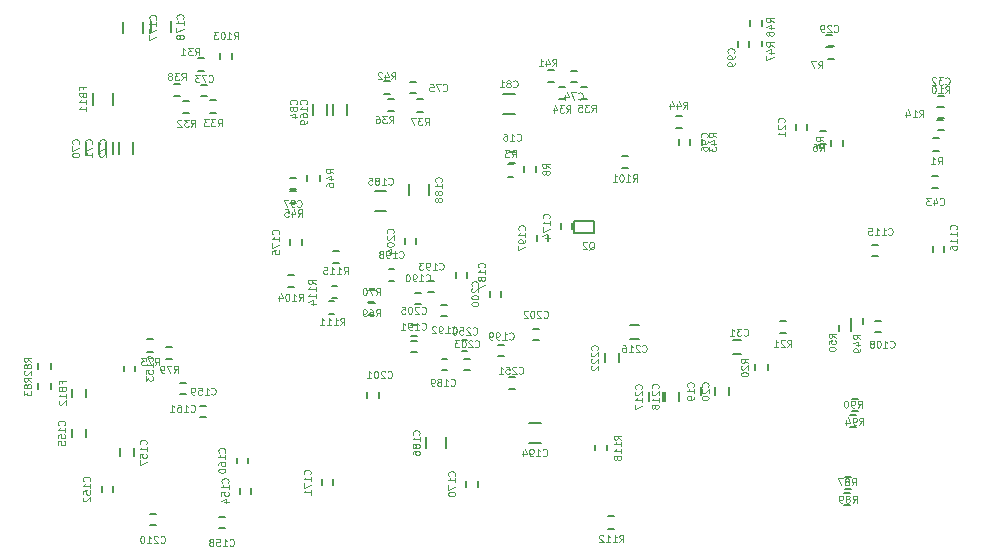
<source format=gbr>
G04 #@! TF.GenerationSoftware,KiCad,Pcbnew,(5.1.2)-1*
G04 #@! TF.CreationDate,2019-06-04T17:54:49-04:00*
G04 #@! TF.ProjectId,fmcw3,666d6377-332e-46b6-9963-61645f706362,rev?*
G04 #@! TF.SameCoordinates,Original*
G04 #@! TF.FileFunction,Legend,Bot*
G04 #@! TF.FilePolarity,Positive*
%FSLAX46Y46*%
G04 Gerber Fmt 4.6, Leading zero omitted, Abs format (unit mm)*
G04 Created by KiCad (PCBNEW (5.1.2)-1) date 2019-06-04 17:54:49*
%MOMM*%
%LPD*%
G04 APERTURE LIST*
%ADD10C,0.150000*%
%ADD11C,0.125000*%
G04 APERTURE END LIST*
D10*
X132725000Y-80625000D02*
X132725000Y-79625000D01*
X134425000Y-79625000D02*
X134425000Y-80625000D01*
X136725000Y-79550000D02*
X136725000Y-80550000D01*
X135025000Y-80550000D02*
X135025000Y-79550000D01*
X146875000Y-98550000D02*
X146875000Y-98050000D01*
X147825000Y-98050000D02*
X147825000Y-98550000D01*
X147150000Y-102125000D02*
X146650000Y-102125000D01*
X146650000Y-101075000D02*
X147150000Y-101075000D01*
X169775000Y-97200000D02*
X169775000Y-96700000D01*
X170725000Y-96700000D02*
X170725000Y-97200000D01*
X172550000Y-97500000D02*
X172550000Y-96500000D01*
X172550000Y-96500000D02*
X170850000Y-96500000D01*
X170850000Y-96500000D02*
X170850000Y-97500000D01*
X170850000Y-97500000D02*
X172550000Y-97500000D01*
X141925000Y-82300000D02*
X141925000Y-82800000D01*
X140875000Y-82800000D02*
X140875000Y-82300000D01*
X162725000Y-118500000D02*
X162725000Y-119000000D01*
X161775000Y-119000000D02*
X161775000Y-118500000D01*
X149550000Y-118875000D02*
X149550000Y-118375000D01*
X150500000Y-118375000D02*
X150500000Y-118875000D01*
X148800000Y-87575000D02*
X148800000Y-86575000D01*
X150500000Y-86575000D02*
X150500000Y-87575000D01*
X151650000Y-86575000D02*
X151650000Y-87575000D01*
X149950000Y-87575000D02*
X149950000Y-86575000D01*
X164850000Y-85750000D02*
X165850000Y-85750000D01*
X165850000Y-87450000D02*
X164850000Y-87450000D01*
X175450000Y-92025000D02*
X174950000Y-92025000D01*
X174950000Y-90975000D02*
X175450000Y-90975000D01*
X155000000Y-95700000D02*
X154000000Y-95700000D01*
X154000000Y-94000000D02*
X155000000Y-94000000D01*
X201725000Y-93675000D02*
X201225000Y-93675000D01*
X201225000Y-92725000D02*
X201725000Y-92725000D01*
X139250000Y-112175000D02*
X139750000Y-112175000D01*
X139750000Y-113125000D02*
X139250000Y-113125000D01*
X133725000Y-108750000D02*
X133725000Y-109250000D01*
X132775000Y-109250000D02*
X132775000Y-108750000D01*
X141300000Y-122525000D02*
X140800000Y-122525000D01*
X140800000Y-121575000D02*
X141300000Y-121575000D01*
X131825000Y-118950000D02*
X131825000Y-119450000D01*
X130875000Y-119450000D02*
X130875000Y-118950000D01*
X142585000Y-119585000D02*
X142585000Y-119085000D01*
X143535000Y-119085000D02*
X143535000Y-119585000D01*
X137500000Y-110225000D02*
X138000000Y-110225000D01*
X138000000Y-111175000D02*
X137500000Y-111175000D01*
X142310000Y-117035000D02*
X142310000Y-116535000D01*
X143260000Y-116535000D02*
X143260000Y-117035000D01*
X128350000Y-114100000D02*
X128350000Y-114800000D01*
X129550000Y-114800000D02*
X129550000Y-114100000D01*
X133600000Y-116450000D02*
X133600000Y-115750000D01*
X132400000Y-115750000D02*
X132400000Y-116450000D01*
X157050000Y-105325000D02*
X157550000Y-105325000D01*
X157550000Y-106275000D02*
X157050000Y-106275000D01*
X164928548Y-107967216D02*
X164428548Y-107967216D01*
X164428548Y-107017216D02*
X164928548Y-107017216D01*
X192200000Y-80795000D02*
X192700000Y-80795000D01*
X192700000Y-81745000D02*
X192200000Y-81745000D01*
X201680000Y-85910000D02*
X202180000Y-85910000D01*
X202180000Y-86860000D02*
X201680000Y-86860000D01*
X196600000Y-99500000D02*
X196100000Y-99500000D01*
X196100000Y-98550000D02*
X196600000Y-98550000D01*
X179748022Y-90061050D02*
X179748022Y-89561050D01*
X180698022Y-89561050D02*
X180698022Y-90061050D01*
X157520000Y-85665000D02*
X157020000Y-85665000D01*
X157020000Y-84715000D02*
X157520000Y-84715000D01*
X165400000Y-90675000D02*
X165900000Y-90675000D01*
X165900000Y-91625000D02*
X165400000Y-91625000D01*
X190625000Y-88300000D02*
X190625000Y-88800000D01*
X189675000Y-88800000D02*
X189675000Y-88300000D01*
X139320000Y-84991572D02*
X139820000Y-84991572D01*
X139820000Y-85941572D02*
X139320000Y-85941572D01*
X196900000Y-105950000D02*
X196400000Y-105950000D01*
X196400000Y-105000000D02*
X196900000Y-105000000D01*
X146825350Y-92888810D02*
X147325350Y-92888810D01*
X147325350Y-93838810D02*
X146825350Y-93838810D01*
X185716322Y-81280700D02*
X185716322Y-81780700D01*
X184766322Y-81780700D02*
X184766322Y-81280700D01*
X170600000Y-83781798D02*
X171100000Y-83781798D01*
X171100000Y-84731798D02*
X170600000Y-84731798D01*
X161843548Y-100852216D02*
X161843548Y-101352216D01*
X160893548Y-101352216D02*
X160893548Y-100852216D01*
X159668548Y-108167216D02*
X160168548Y-108167216D01*
X160168548Y-109117216D02*
X159668548Y-109117216D01*
X157428548Y-102577216D02*
X157928548Y-102577216D01*
X157928548Y-103527216D02*
X157428548Y-103527216D01*
X157558548Y-107617216D02*
X157058548Y-107617216D01*
X157058548Y-106667216D02*
X157558548Y-106667216D01*
X160148548Y-104537216D02*
X159648548Y-104537216D01*
X159648548Y-103587216D02*
X160148548Y-103587216D01*
X159058548Y-102547216D02*
X158558548Y-102547216D01*
X158558548Y-101597216D02*
X159058548Y-101597216D01*
X155678548Y-101557216D02*
X155178548Y-101557216D01*
X155178548Y-100607216D02*
X155678548Y-100607216D01*
X164693548Y-102412216D02*
X164693548Y-102912216D01*
X163743548Y-102912216D02*
X163743548Y-102412216D01*
X154343548Y-111012216D02*
X154343548Y-111512216D01*
X153393548Y-111512216D02*
X153393548Y-111012216D01*
X167898548Y-106617216D02*
X167398548Y-106617216D01*
X167398548Y-105667216D02*
X167898548Y-105667216D01*
X161578548Y-108167216D02*
X162078548Y-108167216D01*
X162078548Y-109117216D02*
X161578548Y-109117216D01*
X156575000Y-98450000D02*
X156575000Y-97950000D01*
X157525000Y-97950000D02*
X157525000Y-98450000D01*
X202225000Y-98600000D02*
X202225000Y-99100000D01*
X201275000Y-99100000D02*
X201275000Y-98600000D01*
X168673548Y-97682216D02*
X168673548Y-98182216D01*
X167723548Y-98182216D02*
X167723548Y-97682216D01*
X161358548Y-106607216D02*
X161858548Y-106607216D01*
X161858548Y-107557216D02*
X161358548Y-107557216D01*
X165848548Y-110697216D02*
X165348548Y-110697216D01*
X165348548Y-109747216D02*
X165848548Y-109747216D01*
X135450000Y-122275000D02*
X134950000Y-122275000D01*
X134950000Y-121325000D02*
X135450000Y-121325000D01*
X185000000Y-106600000D02*
X184300000Y-106600000D01*
X184300000Y-107800000D02*
X185000000Y-107800000D01*
X181600000Y-110570000D02*
X181600000Y-111270000D01*
X182800000Y-111270000D02*
X182800000Y-110570000D01*
X128400000Y-110700000D02*
X128400000Y-111400000D01*
X129600000Y-111400000D02*
X129600000Y-110700000D01*
X182830000Y-110570000D02*
X182830000Y-111270000D01*
X184030000Y-111270000D02*
X184030000Y-110570000D01*
X173465536Y-107725694D02*
X173465536Y-108425694D01*
X174665536Y-108425694D02*
X174665536Y-107725694D01*
X179800000Y-111710000D02*
X179800000Y-111010000D01*
X178600000Y-111010000D02*
X178600000Y-111710000D01*
X177200000Y-111030000D02*
X177200000Y-111730000D01*
X178400000Y-111730000D02*
X178400000Y-111030000D01*
X176350000Y-105300000D02*
X175650000Y-105300000D01*
X175650000Y-106500000D02*
X176350000Y-106500000D01*
X158600000Y-93350000D02*
X158600000Y-94350000D01*
X156900000Y-94350000D02*
X156900000Y-93350000D01*
X131840000Y-90840000D02*
X131840000Y-89840000D01*
X133540000Y-89840000D02*
X133540000Y-90840000D01*
X131850000Y-85650000D02*
X131850000Y-86650000D01*
X130150000Y-86650000D02*
X130150000Y-85650000D01*
X131240000Y-89840000D02*
X131240000Y-90840000D01*
X129540000Y-90840000D02*
X129540000Y-89840000D01*
X130640000Y-90840000D02*
X130640000Y-89840000D01*
X132340000Y-89840000D02*
X132340000Y-90840000D01*
X167080000Y-113630000D02*
X168080000Y-113630000D01*
X168080000Y-115330000D02*
X167080000Y-115330000D01*
X158360000Y-115770000D02*
X158360000Y-114770000D01*
X160060000Y-114770000D02*
X160060000Y-115770000D01*
X192380000Y-81715000D02*
X192880000Y-81715000D01*
X192880000Y-82765000D02*
X192380000Y-82765000D01*
X166615000Y-92360000D02*
X166615000Y-91860000D01*
X167665000Y-91860000D02*
X167665000Y-92360000D01*
X165250000Y-91725000D02*
X165750000Y-91725000D01*
X165750000Y-92775000D02*
X165250000Y-92775000D01*
X201680000Y-87785000D02*
X202180000Y-87785000D01*
X202180000Y-88835000D02*
X201680000Y-88835000D01*
X192210000Y-89955000D02*
X191710000Y-89955000D01*
X191710000Y-88905000D02*
X192210000Y-88905000D01*
X192605000Y-90130000D02*
X192605000Y-89630000D01*
X193655000Y-89630000D02*
X193655000Y-90130000D01*
X155150000Y-86185000D02*
X155650000Y-86185000D01*
X155650000Y-87235000D02*
X155150000Y-87235000D01*
X171950000Y-86181798D02*
X171450000Y-86181798D01*
X171450000Y-85131798D02*
X171950000Y-85131798D01*
X169600000Y-85131798D02*
X170100000Y-85131798D01*
X170100000Y-86181798D02*
X169600000Y-86181798D01*
X140570000Y-87351572D02*
X140070000Y-87351572D01*
X140070000Y-86301572D02*
X140570000Y-86301572D01*
X137810000Y-86341572D02*
X138310000Y-86341572D01*
X138310000Y-87391572D02*
X137810000Y-87391572D01*
X139560000Y-83775000D02*
X139060000Y-83775000D01*
X139060000Y-82725000D02*
X139560000Y-82725000D01*
X157610000Y-86195000D02*
X158110000Y-86195000D01*
X158110000Y-87245000D02*
X157610000Y-87245000D01*
X202155000Y-87935000D02*
X201655000Y-87935000D01*
X201655000Y-86885000D02*
X202155000Y-86885000D01*
X148300350Y-93113810D02*
X148300350Y-92613810D01*
X149350350Y-92613810D02*
X149350350Y-93113810D01*
X137510000Y-85931572D02*
X137010000Y-85931572D01*
X137010000Y-84881572D02*
X137510000Y-84881572D01*
X168700000Y-83731798D02*
X169200000Y-83731798D01*
X169200000Y-84781798D02*
X168700000Y-84781798D01*
X155310000Y-85735000D02*
X154810000Y-85735000D01*
X154810000Y-84685000D02*
X155310000Y-84685000D01*
X180708022Y-90071050D02*
X180708022Y-89571050D01*
X181758022Y-89571050D02*
X181758022Y-90071050D01*
X179493022Y-87616050D02*
X179993022Y-87616050D01*
X179993022Y-88666050D02*
X179493022Y-88666050D01*
X146875350Y-93938810D02*
X147375350Y-93938810D01*
X147375350Y-94988810D02*
X146875350Y-94988810D01*
X186796322Y-79520700D02*
X186796322Y-80020700D01*
X185746322Y-80020700D02*
X185746322Y-79520700D01*
X194335000Y-105250000D02*
X194335000Y-104750000D01*
X195385000Y-104750000D02*
X195385000Y-105250000D01*
X193300000Y-105800000D02*
X193300000Y-105300000D01*
X194350000Y-105300000D02*
X194350000Y-105800000D01*
X201310000Y-89525000D02*
X201810000Y-89525000D01*
X201810000Y-90575000D02*
X201310000Y-90575000D01*
X185706322Y-81730700D02*
X185706322Y-81230700D01*
X186756322Y-81230700D02*
X186756322Y-81730700D01*
X150100000Y-103325000D02*
X150600000Y-103325000D01*
X150600000Y-104375000D02*
X150100000Y-104375000D01*
X173800000Y-121505000D02*
X174300000Y-121505000D01*
X174300000Y-122555000D02*
X173800000Y-122555000D01*
X150850000Y-103025000D02*
X150350000Y-103025000D01*
X150350000Y-101975000D02*
X150850000Y-101975000D01*
X150500000Y-99025000D02*
X151000000Y-99025000D01*
X151000000Y-100075000D02*
X150500000Y-100075000D01*
X172655000Y-115940000D02*
X172655000Y-115440000D01*
X173705000Y-115440000D02*
X173705000Y-115940000D01*
X153990000Y-103445000D02*
X153490000Y-103445000D01*
X153490000Y-102395000D02*
X153990000Y-102395000D01*
X153980000Y-104435000D02*
X153480000Y-104435000D01*
X153480000Y-103385000D02*
X153980000Y-103385000D01*
X135250000Y-107575000D02*
X134750000Y-107575000D01*
X134750000Y-106525000D02*
X135250000Y-106525000D01*
X188800000Y-106025000D02*
X188300000Y-106025000D01*
X188300000Y-104975000D02*
X188800000Y-104975000D01*
X187275000Y-108660000D02*
X187275000Y-109160000D01*
X186225000Y-109160000D02*
X186225000Y-108660000D01*
X136360000Y-107165000D02*
X136860000Y-107165000D01*
X136860000Y-108215000D02*
X136360000Y-108215000D01*
X125525000Y-109050000D02*
X125525000Y-108550000D01*
X126575000Y-108550000D02*
X126575000Y-109050000D01*
X194900000Y-112625000D02*
X194400000Y-112625000D01*
X194400000Y-111575000D02*
X194900000Y-111575000D01*
X194250000Y-112925000D02*
X194750000Y-112925000D01*
X194750000Y-113975000D02*
X194250000Y-113975000D01*
X193825000Y-118175000D02*
X194325000Y-118175000D01*
X194325000Y-119225000D02*
X193825000Y-119225000D01*
X194250000Y-120550000D02*
X193750000Y-120550000D01*
X193750000Y-119500000D02*
X194250000Y-119500000D01*
X125525000Y-110750000D02*
X125525000Y-110250000D01*
X126575000Y-110250000D02*
X126575000Y-110750000D01*
D11*
X135464285Y-79453571D02*
X135492857Y-79425000D01*
X135521428Y-79339285D01*
X135521428Y-79282142D01*
X135492857Y-79196428D01*
X135435714Y-79139285D01*
X135378571Y-79110714D01*
X135264285Y-79082142D01*
X135178571Y-79082142D01*
X135064285Y-79110714D01*
X135007142Y-79139285D01*
X134950000Y-79196428D01*
X134921428Y-79282142D01*
X134921428Y-79339285D01*
X134950000Y-79425000D01*
X134978571Y-79453571D01*
X135521428Y-80025000D02*
X135521428Y-79682142D01*
X135521428Y-79853571D02*
X134921428Y-79853571D01*
X135007142Y-79796428D01*
X135064285Y-79739285D01*
X135092857Y-79682142D01*
X134921428Y-80225000D02*
X134921428Y-80625000D01*
X135521428Y-80367857D01*
X134921428Y-80796428D02*
X134921428Y-81196428D01*
X135521428Y-80939285D01*
X137764285Y-79378571D02*
X137792857Y-79350000D01*
X137821428Y-79264285D01*
X137821428Y-79207142D01*
X137792857Y-79121428D01*
X137735714Y-79064285D01*
X137678571Y-79035714D01*
X137564285Y-79007142D01*
X137478571Y-79007142D01*
X137364285Y-79035714D01*
X137307142Y-79064285D01*
X137250000Y-79121428D01*
X137221428Y-79207142D01*
X137221428Y-79264285D01*
X137250000Y-79350000D01*
X137278571Y-79378571D01*
X137821428Y-79950000D02*
X137821428Y-79607142D01*
X137821428Y-79778571D02*
X137221428Y-79778571D01*
X137307142Y-79721428D01*
X137364285Y-79664285D01*
X137392857Y-79607142D01*
X137221428Y-80150000D02*
X137221428Y-80550000D01*
X137821428Y-80292857D01*
X137478571Y-80864285D02*
X137450000Y-80807142D01*
X137421428Y-80778571D01*
X137364285Y-80750000D01*
X137335714Y-80750000D01*
X137278571Y-80778571D01*
X137250000Y-80807142D01*
X137221428Y-80864285D01*
X137221428Y-80978571D01*
X137250000Y-81035714D01*
X137278571Y-81064285D01*
X137335714Y-81092857D01*
X137364285Y-81092857D01*
X137421428Y-81064285D01*
X137450000Y-81035714D01*
X137478571Y-80978571D01*
X137478571Y-80864285D01*
X137507142Y-80807142D01*
X137535714Y-80778571D01*
X137592857Y-80750000D01*
X137707142Y-80750000D01*
X137764285Y-80778571D01*
X137792857Y-80807142D01*
X137821428Y-80864285D01*
X137821428Y-80978571D01*
X137792857Y-81035714D01*
X137764285Y-81064285D01*
X137707142Y-81092857D01*
X137592857Y-81092857D01*
X137535714Y-81064285D01*
X137507142Y-81035714D01*
X137478571Y-80978571D01*
X145864285Y-97628571D02*
X145892857Y-97600000D01*
X145921428Y-97514285D01*
X145921428Y-97457142D01*
X145892857Y-97371428D01*
X145835714Y-97314285D01*
X145778571Y-97285714D01*
X145664285Y-97257142D01*
X145578571Y-97257142D01*
X145464285Y-97285714D01*
X145407142Y-97314285D01*
X145350000Y-97371428D01*
X145321428Y-97457142D01*
X145321428Y-97514285D01*
X145350000Y-97600000D01*
X145378571Y-97628571D01*
X145921428Y-98200000D02*
X145921428Y-97857142D01*
X145921428Y-98028571D02*
X145321428Y-98028571D01*
X145407142Y-97971428D01*
X145464285Y-97914285D01*
X145492857Y-97857142D01*
X145321428Y-98400000D02*
X145321428Y-98800000D01*
X145921428Y-98542857D01*
X145321428Y-99314285D02*
X145321428Y-99028571D01*
X145607142Y-99000000D01*
X145578571Y-99028571D01*
X145550000Y-99085714D01*
X145550000Y-99228571D01*
X145578571Y-99285714D01*
X145607142Y-99314285D01*
X145664285Y-99342857D01*
X145807142Y-99342857D01*
X145864285Y-99314285D01*
X145892857Y-99285714D01*
X145921428Y-99228571D01*
X145921428Y-99085714D01*
X145892857Y-99028571D01*
X145864285Y-99000000D01*
X147571428Y-103271428D02*
X147771428Y-102985714D01*
X147914285Y-103271428D02*
X147914285Y-102671428D01*
X147685714Y-102671428D01*
X147628571Y-102700000D01*
X147600000Y-102728571D01*
X147571428Y-102785714D01*
X147571428Y-102871428D01*
X147600000Y-102928571D01*
X147628571Y-102957142D01*
X147685714Y-102985714D01*
X147914285Y-102985714D01*
X147000000Y-103271428D02*
X147342857Y-103271428D01*
X147171428Y-103271428D02*
X147171428Y-102671428D01*
X147228571Y-102757142D01*
X147285714Y-102814285D01*
X147342857Y-102842857D01*
X146628571Y-102671428D02*
X146571428Y-102671428D01*
X146514285Y-102700000D01*
X146485714Y-102728571D01*
X146457142Y-102785714D01*
X146428571Y-102900000D01*
X146428571Y-103042857D01*
X146457142Y-103157142D01*
X146485714Y-103214285D01*
X146514285Y-103242857D01*
X146571428Y-103271428D01*
X146628571Y-103271428D01*
X146685714Y-103242857D01*
X146714285Y-103214285D01*
X146742857Y-103157142D01*
X146771428Y-103042857D01*
X146771428Y-102900000D01*
X146742857Y-102785714D01*
X146714285Y-102728571D01*
X146685714Y-102700000D01*
X146628571Y-102671428D01*
X145914285Y-102871428D02*
X145914285Y-103271428D01*
X146057142Y-102642857D02*
X146200000Y-103071428D01*
X145828571Y-103071428D01*
X168764285Y-96278571D02*
X168792857Y-96250000D01*
X168821428Y-96164285D01*
X168821428Y-96107142D01*
X168792857Y-96021428D01*
X168735714Y-95964285D01*
X168678571Y-95935714D01*
X168564285Y-95907142D01*
X168478571Y-95907142D01*
X168364285Y-95935714D01*
X168307142Y-95964285D01*
X168250000Y-96021428D01*
X168221428Y-96107142D01*
X168221428Y-96164285D01*
X168250000Y-96250000D01*
X168278571Y-96278571D01*
X168821428Y-96850000D02*
X168821428Y-96507142D01*
X168821428Y-96678571D02*
X168221428Y-96678571D01*
X168307142Y-96621428D01*
X168364285Y-96564285D01*
X168392857Y-96507142D01*
X168221428Y-97050000D02*
X168221428Y-97450000D01*
X168821428Y-97192857D01*
X168421428Y-97935714D02*
X168821428Y-97935714D01*
X168192857Y-97792857D02*
X168621428Y-97650000D01*
X168621428Y-98021428D01*
X172157142Y-98928571D02*
X172214285Y-98900000D01*
X172271428Y-98842857D01*
X172357142Y-98757142D01*
X172414285Y-98728571D01*
X172471428Y-98728571D01*
X172442857Y-98871428D02*
X172500000Y-98842857D01*
X172557142Y-98785714D01*
X172585714Y-98671428D01*
X172585714Y-98471428D01*
X172557142Y-98357142D01*
X172500000Y-98300000D01*
X172442857Y-98271428D01*
X172328571Y-98271428D01*
X172271428Y-98300000D01*
X172214285Y-98357142D01*
X172185714Y-98471428D01*
X172185714Y-98671428D01*
X172214285Y-98785714D01*
X172271428Y-98842857D01*
X172328571Y-98871428D01*
X172442857Y-98871428D01*
X171957142Y-98328571D02*
X171928571Y-98300000D01*
X171871428Y-98271428D01*
X171728571Y-98271428D01*
X171671428Y-98300000D01*
X171642857Y-98328571D01*
X171614285Y-98385714D01*
X171614285Y-98442857D01*
X171642857Y-98528571D01*
X171985714Y-98871428D01*
X171614285Y-98871428D01*
X142096428Y-81096428D02*
X142296428Y-80810714D01*
X142439285Y-81096428D02*
X142439285Y-80496428D01*
X142210714Y-80496428D01*
X142153571Y-80525000D01*
X142125000Y-80553571D01*
X142096428Y-80610714D01*
X142096428Y-80696428D01*
X142125000Y-80753571D01*
X142153571Y-80782142D01*
X142210714Y-80810714D01*
X142439285Y-80810714D01*
X141525000Y-81096428D02*
X141867857Y-81096428D01*
X141696428Y-81096428D02*
X141696428Y-80496428D01*
X141753571Y-80582142D01*
X141810714Y-80639285D01*
X141867857Y-80667857D01*
X141153571Y-80496428D02*
X141096428Y-80496428D01*
X141039285Y-80525000D01*
X141010714Y-80553571D01*
X140982142Y-80610714D01*
X140953571Y-80725000D01*
X140953571Y-80867857D01*
X140982142Y-80982142D01*
X141010714Y-81039285D01*
X141039285Y-81067857D01*
X141096428Y-81096428D01*
X141153571Y-81096428D01*
X141210714Y-81067857D01*
X141239285Y-81039285D01*
X141267857Y-80982142D01*
X141296428Y-80867857D01*
X141296428Y-80725000D01*
X141267857Y-80610714D01*
X141239285Y-80553571D01*
X141210714Y-80525000D01*
X141153571Y-80496428D01*
X140753571Y-80496428D02*
X140382142Y-80496428D01*
X140582142Y-80725000D01*
X140496428Y-80725000D01*
X140439285Y-80753571D01*
X140410714Y-80782142D01*
X140382142Y-80839285D01*
X140382142Y-80982142D01*
X140410714Y-81039285D01*
X140439285Y-81067857D01*
X140496428Y-81096428D01*
X140667857Y-81096428D01*
X140725000Y-81067857D01*
X140753571Y-81039285D01*
X160764285Y-118078571D02*
X160792857Y-118050000D01*
X160821428Y-117964285D01*
X160821428Y-117907142D01*
X160792857Y-117821428D01*
X160735714Y-117764285D01*
X160678571Y-117735714D01*
X160564285Y-117707142D01*
X160478571Y-117707142D01*
X160364285Y-117735714D01*
X160307142Y-117764285D01*
X160250000Y-117821428D01*
X160221428Y-117907142D01*
X160221428Y-117964285D01*
X160250000Y-118050000D01*
X160278571Y-118078571D01*
X160821428Y-118650000D02*
X160821428Y-118307142D01*
X160821428Y-118478571D02*
X160221428Y-118478571D01*
X160307142Y-118421428D01*
X160364285Y-118364285D01*
X160392857Y-118307142D01*
X160221428Y-118850000D02*
X160221428Y-119250000D01*
X160821428Y-118992857D01*
X160221428Y-119592857D02*
X160221428Y-119650000D01*
X160250000Y-119707142D01*
X160278571Y-119735714D01*
X160335714Y-119764285D01*
X160450000Y-119792857D01*
X160592857Y-119792857D01*
X160707142Y-119764285D01*
X160764285Y-119735714D01*
X160792857Y-119707142D01*
X160821428Y-119650000D01*
X160821428Y-119592857D01*
X160792857Y-119535714D01*
X160764285Y-119507142D01*
X160707142Y-119478571D01*
X160592857Y-119450000D01*
X160450000Y-119450000D01*
X160335714Y-119478571D01*
X160278571Y-119507142D01*
X160250000Y-119535714D01*
X160221428Y-119592857D01*
X148539285Y-117953571D02*
X148567857Y-117925000D01*
X148596428Y-117839285D01*
X148596428Y-117782142D01*
X148567857Y-117696428D01*
X148510714Y-117639285D01*
X148453571Y-117610714D01*
X148339285Y-117582142D01*
X148253571Y-117582142D01*
X148139285Y-117610714D01*
X148082142Y-117639285D01*
X148025000Y-117696428D01*
X147996428Y-117782142D01*
X147996428Y-117839285D01*
X148025000Y-117925000D01*
X148053571Y-117953571D01*
X148596428Y-118525000D02*
X148596428Y-118182142D01*
X148596428Y-118353571D02*
X147996428Y-118353571D01*
X148082142Y-118296428D01*
X148139285Y-118239285D01*
X148167857Y-118182142D01*
X147996428Y-118725000D02*
X147996428Y-119125000D01*
X148596428Y-118867857D01*
X148596428Y-119667857D02*
X148596428Y-119325000D01*
X148596428Y-119496428D02*
X147996428Y-119496428D01*
X148082142Y-119439285D01*
X148139285Y-119382142D01*
X148167857Y-119325000D01*
X147364285Y-86614285D02*
X147392857Y-86585714D01*
X147421428Y-86500000D01*
X147421428Y-86442857D01*
X147392857Y-86357142D01*
X147335714Y-86300000D01*
X147278571Y-86271428D01*
X147164285Y-86242857D01*
X147078571Y-86242857D01*
X146964285Y-86271428D01*
X146907142Y-86300000D01*
X146850000Y-86357142D01*
X146821428Y-86442857D01*
X146821428Y-86500000D01*
X146850000Y-86585714D01*
X146878571Y-86614285D01*
X147078571Y-86957142D02*
X147050000Y-86900000D01*
X147021428Y-86871428D01*
X146964285Y-86842857D01*
X146935714Y-86842857D01*
X146878571Y-86871428D01*
X146850000Y-86900000D01*
X146821428Y-86957142D01*
X146821428Y-87071428D01*
X146850000Y-87128571D01*
X146878571Y-87157142D01*
X146935714Y-87185714D01*
X146964285Y-87185714D01*
X147021428Y-87157142D01*
X147050000Y-87128571D01*
X147078571Y-87071428D01*
X147078571Y-86957142D01*
X147107142Y-86900000D01*
X147135714Y-86871428D01*
X147192857Y-86842857D01*
X147307142Y-86842857D01*
X147364285Y-86871428D01*
X147392857Y-86900000D01*
X147421428Y-86957142D01*
X147421428Y-87071428D01*
X147392857Y-87128571D01*
X147364285Y-87157142D01*
X147307142Y-87185714D01*
X147192857Y-87185714D01*
X147135714Y-87157142D01*
X147107142Y-87128571D01*
X147078571Y-87071428D01*
X147021428Y-87700000D02*
X147421428Y-87700000D01*
X146792857Y-87557142D02*
X147221428Y-87414285D01*
X147221428Y-87785714D01*
X148214285Y-86603571D02*
X148242857Y-86575000D01*
X148271428Y-86489285D01*
X148271428Y-86432142D01*
X148242857Y-86346428D01*
X148185714Y-86289285D01*
X148128571Y-86260714D01*
X148014285Y-86232142D01*
X147928571Y-86232142D01*
X147814285Y-86260714D01*
X147757142Y-86289285D01*
X147700000Y-86346428D01*
X147671428Y-86432142D01*
X147671428Y-86489285D01*
X147700000Y-86575000D01*
X147728571Y-86603571D01*
X148271428Y-87175000D02*
X148271428Y-86832142D01*
X148271428Y-87003571D02*
X147671428Y-87003571D01*
X147757142Y-86946428D01*
X147814285Y-86889285D01*
X147842857Y-86832142D01*
X147671428Y-87689285D02*
X147671428Y-87575000D01*
X147700000Y-87517857D01*
X147728571Y-87489285D01*
X147814285Y-87432142D01*
X147928571Y-87403571D01*
X148157142Y-87403571D01*
X148214285Y-87432142D01*
X148242857Y-87460714D01*
X148271428Y-87517857D01*
X148271428Y-87632142D01*
X148242857Y-87689285D01*
X148214285Y-87717857D01*
X148157142Y-87746428D01*
X148014285Y-87746428D01*
X147957142Y-87717857D01*
X147928571Y-87689285D01*
X147900000Y-87632142D01*
X147900000Y-87517857D01*
X147928571Y-87460714D01*
X147957142Y-87432142D01*
X148014285Y-87403571D01*
X148271428Y-88032142D02*
X148271428Y-88146428D01*
X148242857Y-88203571D01*
X148214285Y-88232142D01*
X148128571Y-88289285D01*
X148014285Y-88317857D01*
X147785714Y-88317857D01*
X147728571Y-88289285D01*
X147700000Y-88260714D01*
X147671428Y-88203571D01*
X147671428Y-88089285D01*
X147700000Y-88032142D01*
X147728571Y-88003571D01*
X147785714Y-87975000D01*
X147928571Y-87975000D01*
X147985714Y-88003571D01*
X148014285Y-88032142D01*
X148042857Y-88089285D01*
X148042857Y-88203571D01*
X148014285Y-88260714D01*
X147985714Y-88289285D01*
X147928571Y-88317857D01*
X165735714Y-85139285D02*
X165764285Y-85167857D01*
X165850000Y-85196428D01*
X165907142Y-85196428D01*
X165992857Y-85167857D01*
X166050000Y-85110714D01*
X166078571Y-85053571D01*
X166107142Y-84939285D01*
X166107142Y-84853571D01*
X166078571Y-84739285D01*
X166050000Y-84682142D01*
X165992857Y-84625000D01*
X165907142Y-84596428D01*
X165850000Y-84596428D01*
X165764285Y-84625000D01*
X165735714Y-84653571D01*
X165392857Y-84853571D02*
X165450000Y-84825000D01*
X165478571Y-84796428D01*
X165507142Y-84739285D01*
X165507142Y-84710714D01*
X165478571Y-84653571D01*
X165450000Y-84625000D01*
X165392857Y-84596428D01*
X165278571Y-84596428D01*
X165221428Y-84625000D01*
X165192857Y-84653571D01*
X165164285Y-84710714D01*
X165164285Y-84739285D01*
X165192857Y-84796428D01*
X165221428Y-84825000D01*
X165278571Y-84853571D01*
X165392857Y-84853571D01*
X165450000Y-84882142D01*
X165478571Y-84910714D01*
X165507142Y-84967857D01*
X165507142Y-85082142D01*
X165478571Y-85139285D01*
X165450000Y-85167857D01*
X165392857Y-85196428D01*
X165278571Y-85196428D01*
X165221428Y-85167857D01*
X165192857Y-85139285D01*
X165164285Y-85082142D01*
X165164285Y-84967857D01*
X165192857Y-84910714D01*
X165221428Y-84882142D01*
X165278571Y-84853571D01*
X164592857Y-85196428D02*
X164935714Y-85196428D01*
X164764285Y-85196428D02*
X164764285Y-84596428D01*
X164821428Y-84682142D01*
X164878571Y-84739285D01*
X164935714Y-84767857D01*
X175871428Y-93171428D02*
X176071428Y-92885714D01*
X176214285Y-93171428D02*
X176214285Y-92571428D01*
X175985714Y-92571428D01*
X175928571Y-92600000D01*
X175900000Y-92628571D01*
X175871428Y-92685714D01*
X175871428Y-92771428D01*
X175900000Y-92828571D01*
X175928571Y-92857142D01*
X175985714Y-92885714D01*
X176214285Y-92885714D01*
X175300000Y-93171428D02*
X175642857Y-93171428D01*
X175471428Y-93171428D02*
X175471428Y-92571428D01*
X175528571Y-92657142D01*
X175585714Y-92714285D01*
X175642857Y-92742857D01*
X174928571Y-92571428D02*
X174871428Y-92571428D01*
X174814285Y-92600000D01*
X174785714Y-92628571D01*
X174757142Y-92685714D01*
X174728571Y-92800000D01*
X174728571Y-92942857D01*
X174757142Y-93057142D01*
X174785714Y-93114285D01*
X174814285Y-93142857D01*
X174871428Y-93171428D01*
X174928571Y-93171428D01*
X174985714Y-93142857D01*
X175014285Y-93114285D01*
X175042857Y-93057142D01*
X175071428Y-92942857D01*
X175071428Y-92800000D01*
X175042857Y-92685714D01*
X175014285Y-92628571D01*
X174985714Y-92600000D01*
X174928571Y-92571428D01*
X174157142Y-93171428D02*
X174500000Y-93171428D01*
X174328571Y-93171428D02*
X174328571Y-92571428D01*
X174385714Y-92657142D01*
X174442857Y-92714285D01*
X174500000Y-92742857D01*
X155171428Y-93389285D02*
X155200000Y-93417857D01*
X155285714Y-93446428D01*
X155342857Y-93446428D01*
X155428571Y-93417857D01*
X155485714Y-93360714D01*
X155514285Y-93303571D01*
X155542857Y-93189285D01*
X155542857Y-93103571D01*
X155514285Y-92989285D01*
X155485714Y-92932142D01*
X155428571Y-92875000D01*
X155342857Y-92846428D01*
X155285714Y-92846428D01*
X155200000Y-92875000D01*
X155171428Y-92903571D01*
X154600000Y-93446428D02*
X154942857Y-93446428D01*
X154771428Y-93446428D02*
X154771428Y-92846428D01*
X154828571Y-92932142D01*
X154885714Y-92989285D01*
X154942857Y-93017857D01*
X154257142Y-93103571D02*
X154314285Y-93075000D01*
X154342857Y-93046428D01*
X154371428Y-92989285D01*
X154371428Y-92960714D01*
X154342857Y-92903571D01*
X154314285Y-92875000D01*
X154257142Y-92846428D01*
X154142857Y-92846428D01*
X154085714Y-92875000D01*
X154057142Y-92903571D01*
X154028571Y-92960714D01*
X154028571Y-92989285D01*
X154057142Y-93046428D01*
X154085714Y-93075000D01*
X154142857Y-93103571D01*
X154257142Y-93103571D01*
X154314285Y-93132142D01*
X154342857Y-93160714D01*
X154371428Y-93217857D01*
X154371428Y-93332142D01*
X154342857Y-93389285D01*
X154314285Y-93417857D01*
X154257142Y-93446428D01*
X154142857Y-93446428D01*
X154085714Y-93417857D01*
X154057142Y-93389285D01*
X154028571Y-93332142D01*
X154028571Y-93217857D01*
X154057142Y-93160714D01*
X154085714Y-93132142D01*
X154142857Y-93103571D01*
X153485714Y-92846428D02*
X153771428Y-92846428D01*
X153800000Y-93132142D01*
X153771428Y-93103571D01*
X153714285Y-93075000D01*
X153571428Y-93075000D01*
X153514285Y-93103571D01*
X153485714Y-93132142D01*
X153457142Y-93189285D01*
X153457142Y-93332142D01*
X153485714Y-93389285D01*
X153514285Y-93417857D01*
X153571428Y-93446428D01*
X153714285Y-93446428D01*
X153771428Y-93417857D01*
X153800000Y-93389285D01*
X201860714Y-95114285D02*
X201889285Y-95142857D01*
X201975000Y-95171428D01*
X202032142Y-95171428D01*
X202117857Y-95142857D01*
X202175000Y-95085714D01*
X202203571Y-95028571D01*
X202232142Y-94914285D01*
X202232142Y-94828571D01*
X202203571Y-94714285D01*
X202175000Y-94657142D01*
X202117857Y-94600000D01*
X202032142Y-94571428D01*
X201975000Y-94571428D01*
X201889285Y-94600000D01*
X201860714Y-94628571D01*
X201346428Y-94771428D02*
X201346428Y-95171428D01*
X201489285Y-94542857D02*
X201632142Y-94971428D01*
X201260714Y-94971428D01*
X201089285Y-94571428D02*
X200717857Y-94571428D01*
X200917857Y-94800000D01*
X200832142Y-94800000D01*
X200775000Y-94828571D01*
X200746428Y-94857142D01*
X200717857Y-94914285D01*
X200717857Y-95057142D01*
X200746428Y-95114285D01*
X200775000Y-95142857D01*
X200832142Y-95171428D01*
X201003571Y-95171428D01*
X201060714Y-95142857D01*
X201089285Y-95114285D01*
X140171428Y-111164285D02*
X140200000Y-111192857D01*
X140285714Y-111221428D01*
X140342857Y-111221428D01*
X140428571Y-111192857D01*
X140485714Y-111135714D01*
X140514285Y-111078571D01*
X140542857Y-110964285D01*
X140542857Y-110878571D01*
X140514285Y-110764285D01*
X140485714Y-110707142D01*
X140428571Y-110650000D01*
X140342857Y-110621428D01*
X140285714Y-110621428D01*
X140200000Y-110650000D01*
X140171428Y-110678571D01*
X139600000Y-111221428D02*
X139942857Y-111221428D01*
X139771428Y-111221428D02*
X139771428Y-110621428D01*
X139828571Y-110707142D01*
X139885714Y-110764285D01*
X139942857Y-110792857D01*
X139057142Y-110621428D02*
X139342857Y-110621428D01*
X139371428Y-110907142D01*
X139342857Y-110878571D01*
X139285714Y-110850000D01*
X139142857Y-110850000D01*
X139085714Y-110878571D01*
X139057142Y-110907142D01*
X139028571Y-110964285D01*
X139028571Y-111107142D01*
X139057142Y-111164285D01*
X139085714Y-111192857D01*
X139142857Y-111221428D01*
X139285714Y-111221428D01*
X139342857Y-111192857D01*
X139371428Y-111164285D01*
X138742857Y-111221428D02*
X138628571Y-111221428D01*
X138571428Y-111192857D01*
X138542857Y-111164285D01*
X138485714Y-111078571D01*
X138457142Y-110964285D01*
X138457142Y-110735714D01*
X138485714Y-110678571D01*
X138514285Y-110650000D01*
X138571428Y-110621428D01*
X138685714Y-110621428D01*
X138742857Y-110650000D01*
X138771428Y-110678571D01*
X138800000Y-110735714D01*
X138800000Y-110878571D01*
X138771428Y-110935714D01*
X138742857Y-110964285D01*
X138685714Y-110992857D01*
X138571428Y-110992857D01*
X138514285Y-110964285D01*
X138485714Y-110935714D01*
X138457142Y-110878571D01*
X135164285Y-108328571D02*
X135192857Y-108300000D01*
X135221428Y-108214285D01*
X135221428Y-108157142D01*
X135192857Y-108071428D01*
X135135714Y-108014285D01*
X135078571Y-107985714D01*
X134964285Y-107957142D01*
X134878571Y-107957142D01*
X134764285Y-107985714D01*
X134707142Y-108014285D01*
X134650000Y-108071428D01*
X134621428Y-108157142D01*
X134621428Y-108214285D01*
X134650000Y-108300000D01*
X134678571Y-108328571D01*
X135221428Y-108900000D02*
X135221428Y-108557142D01*
X135221428Y-108728571D02*
X134621428Y-108728571D01*
X134707142Y-108671428D01*
X134764285Y-108614285D01*
X134792857Y-108557142D01*
X134621428Y-109442857D02*
X134621428Y-109157142D01*
X134907142Y-109128571D01*
X134878571Y-109157142D01*
X134850000Y-109214285D01*
X134850000Y-109357142D01*
X134878571Y-109414285D01*
X134907142Y-109442857D01*
X134964285Y-109471428D01*
X135107142Y-109471428D01*
X135164285Y-109442857D01*
X135192857Y-109414285D01*
X135221428Y-109357142D01*
X135221428Y-109214285D01*
X135192857Y-109157142D01*
X135164285Y-109128571D01*
X134621428Y-109671428D02*
X134621428Y-110042857D01*
X134850000Y-109842857D01*
X134850000Y-109928571D01*
X134878571Y-109985714D01*
X134907142Y-110014285D01*
X134964285Y-110042857D01*
X135107142Y-110042857D01*
X135164285Y-110014285D01*
X135192857Y-109985714D01*
X135221428Y-109928571D01*
X135221428Y-109757142D01*
X135192857Y-109700000D01*
X135164285Y-109671428D01*
X141721428Y-123964285D02*
X141750000Y-123992857D01*
X141835714Y-124021428D01*
X141892857Y-124021428D01*
X141978571Y-123992857D01*
X142035714Y-123935714D01*
X142064285Y-123878571D01*
X142092857Y-123764285D01*
X142092857Y-123678571D01*
X142064285Y-123564285D01*
X142035714Y-123507142D01*
X141978571Y-123450000D01*
X141892857Y-123421428D01*
X141835714Y-123421428D01*
X141750000Y-123450000D01*
X141721428Y-123478571D01*
X141150000Y-124021428D02*
X141492857Y-124021428D01*
X141321428Y-124021428D02*
X141321428Y-123421428D01*
X141378571Y-123507142D01*
X141435714Y-123564285D01*
X141492857Y-123592857D01*
X140607142Y-123421428D02*
X140892857Y-123421428D01*
X140921428Y-123707142D01*
X140892857Y-123678571D01*
X140835714Y-123650000D01*
X140692857Y-123650000D01*
X140635714Y-123678571D01*
X140607142Y-123707142D01*
X140578571Y-123764285D01*
X140578571Y-123907142D01*
X140607142Y-123964285D01*
X140635714Y-123992857D01*
X140692857Y-124021428D01*
X140835714Y-124021428D01*
X140892857Y-123992857D01*
X140921428Y-123964285D01*
X140235714Y-123678571D02*
X140292857Y-123650000D01*
X140321428Y-123621428D01*
X140350000Y-123564285D01*
X140350000Y-123535714D01*
X140321428Y-123478571D01*
X140292857Y-123450000D01*
X140235714Y-123421428D01*
X140121428Y-123421428D01*
X140064285Y-123450000D01*
X140035714Y-123478571D01*
X140007142Y-123535714D01*
X140007142Y-123564285D01*
X140035714Y-123621428D01*
X140064285Y-123650000D01*
X140121428Y-123678571D01*
X140235714Y-123678571D01*
X140292857Y-123707142D01*
X140321428Y-123735714D01*
X140350000Y-123792857D01*
X140350000Y-123907142D01*
X140321428Y-123964285D01*
X140292857Y-123992857D01*
X140235714Y-124021428D01*
X140121428Y-124021428D01*
X140064285Y-123992857D01*
X140035714Y-123964285D01*
X140007142Y-123907142D01*
X140007142Y-123792857D01*
X140035714Y-123735714D01*
X140064285Y-123707142D01*
X140121428Y-123678571D01*
X129864285Y-118528571D02*
X129892857Y-118500000D01*
X129921428Y-118414285D01*
X129921428Y-118357142D01*
X129892857Y-118271428D01*
X129835714Y-118214285D01*
X129778571Y-118185714D01*
X129664285Y-118157142D01*
X129578571Y-118157142D01*
X129464285Y-118185714D01*
X129407142Y-118214285D01*
X129350000Y-118271428D01*
X129321428Y-118357142D01*
X129321428Y-118414285D01*
X129350000Y-118500000D01*
X129378571Y-118528571D01*
X129921428Y-119100000D02*
X129921428Y-118757142D01*
X129921428Y-118928571D02*
X129321428Y-118928571D01*
X129407142Y-118871428D01*
X129464285Y-118814285D01*
X129492857Y-118757142D01*
X129321428Y-119642857D02*
X129321428Y-119357142D01*
X129607142Y-119328571D01*
X129578571Y-119357142D01*
X129550000Y-119414285D01*
X129550000Y-119557142D01*
X129578571Y-119614285D01*
X129607142Y-119642857D01*
X129664285Y-119671428D01*
X129807142Y-119671428D01*
X129864285Y-119642857D01*
X129892857Y-119614285D01*
X129921428Y-119557142D01*
X129921428Y-119414285D01*
X129892857Y-119357142D01*
X129864285Y-119328571D01*
X129378571Y-119900000D02*
X129350000Y-119928571D01*
X129321428Y-119985714D01*
X129321428Y-120128571D01*
X129350000Y-120185714D01*
X129378571Y-120214285D01*
X129435714Y-120242857D01*
X129492857Y-120242857D01*
X129578571Y-120214285D01*
X129921428Y-119871428D01*
X129921428Y-120242857D01*
X141574285Y-118663571D02*
X141602857Y-118635000D01*
X141631428Y-118549285D01*
X141631428Y-118492142D01*
X141602857Y-118406428D01*
X141545714Y-118349285D01*
X141488571Y-118320714D01*
X141374285Y-118292142D01*
X141288571Y-118292142D01*
X141174285Y-118320714D01*
X141117142Y-118349285D01*
X141060000Y-118406428D01*
X141031428Y-118492142D01*
X141031428Y-118549285D01*
X141060000Y-118635000D01*
X141088571Y-118663571D01*
X141631428Y-119235000D02*
X141631428Y-118892142D01*
X141631428Y-119063571D02*
X141031428Y-119063571D01*
X141117142Y-119006428D01*
X141174285Y-118949285D01*
X141202857Y-118892142D01*
X141031428Y-119777857D02*
X141031428Y-119492142D01*
X141317142Y-119463571D01*
X141288571Y-119492142D01*
X141260000Y-119549285D01*
X141260000Y-119692142D01*
X141288571Y-119749285D01*
X141317142Y-119777857D01*
X141374285Y-119806428D01*
X141517142Y-119806428D01*
X141574285Y-119777857D01*
X141602857Y-119749285D01*
X141631428Y-119692142D01*
X141631428Y-119549285D01*
X141602857Y-119492142D01*
X141574285Y-119463571D01*
X141231428Y-120320714D02*
X141631428Y-120320714D01*
X141002857Y-120177857D02*
X141431428Y-120035000D01*
X141431428Y-120406428D01*
X138421428Y-112614285D02*
X138450000Y-112642857D01*
X138535714Y-112671428D01*
X138592857Y-112671428D01*
X138678571Y-112642857D01*
X138735714Y-112585714D01*
X138764285Y-112528571D01*
X138792857Y-112414285D01*
X138792857Y-112328571D01*
X138764285Y-112214285D01*
X138735714Y-112157142D01*
X138678571Y-112100000D01*
X138592857Y-112071428D01*
X138535714Y-112071428D01*
X138450000Y-112100000D01*
X138421428Y-112128571D01*
X137850000Y-112671428D02*
X138192857Y-112671428D01*
X138021428Y-112671428D02*
X138021428Y-112071428D01*
X138078571Y-112157142D01*
X138135714Y-112214285D01*
X138192857Y-112242857D01*
X137335714Y-112071428D02*
X137450000Y-112071428D01*
X137507142Y-112100000D01*
X137535714Y-112128571D01*
X137592857Y-112214285D01*
X137621428Y-112328571D01*
X137621428Y-112557142D01*
X137592857Y-112614285D01*
X137564285Y-112642857D01*
X137507142Y-112671428D01*
X137392857Y-112671428D01*
X137335714Y-112642857D01*
X137307142Y-112614285D01*
X137278571Y-112557142D01*
X137278571Y-112414285D01*
X137307142Y-112357142D01*
X137335714Y-112328571D01*
X137392857Y-112300000D01*
X137507142Y-112300000D01*
X137564285Y-112328571D01*
X137592857Y-112357142D01*
X137621428Y-112414285D01*
X136707142Y-112671428D02*
X137050000Y-112671428D01*
X136878571Y-112671428D02*
X136878571Y-112071428D01*
X136935714Y-112157142D01*
X136992857Y-112214285D01*
X137050000Y-112242857D01*
X141299285Y-116113571D02*
X141327857Y-116085000D01*
X141356428Y-115999285D01*
X141356428Y-115942142D01*
X141327857Y-115856428D01*
X141270714Y-115799285D01*
X141213571Y-115770714D01*
X141099285Y-115742142D01*
X141013571Y-115742142D01*
X140899285Y-115770714D01*
X140842142Y-115799285D01*
X140785000Y-115856428D01*
X140756428Y-115942142D01*
X140756428Y-115999285D01*
X140785000Y-116085000D01*
X140813571Y-116113571D01*
X141356428Y-116685000D02*
X141356428Y-116342142D01*
X141356428Y-116513571D02*
X140756428Y-116513571D01*
X140842142Y-116456428D01*
X140899285Y-116399285D01*
X140927857Y-116342142D01*
X140756428Y-117199285D02*
X140756428Y-117085000D01*
X140785000Y-117027857D01*
X140813571Y-116999285D01*
X140899285Y-116942142D01*
X141013571Y-116913571D01*
X141242142Y-116913571D01*
X141299285Y-116942142D01*
X141327857Y-116970714D01*
X141356428Y-117027857D01*
X141356428Y-117142142D01*
X141327857Y-117199285D01*
X141299285Y-117227857D01*
X141242142Y-117256428D01*
X141099285Y-117256428D01*
X141042142Y-117227857D01*
X141013571Y-117199285D01*
X140985000Y-117142142D01*
X140985000Y-117027857D01*
X141013571Y-116970714D01*
X141042142Y-116942142D01*
X141099285Y-116913571D01*
X140756428Y-117627857D02*
X140756428Y-117685000D01*
X140785000Y-117742142D01*
X140813571Y-117770714D01*
X140870714Y-117799285D01*
X140985000Y-117827857D01*
X141127857Y-117827857D01*
X141242142Y-117799285D01*
X141299285Y-117770714D01*
X141327857Y-117742142D01*
X141356428Y-117685000D01*
X141356428Y-117627857D01*
X141327857Y-117570714D01*
X141299285Y-117542142D01*
X141242142Y-117513571D01*
X141127857Y-117485000D01*
X140985000Y-117485000D01*
X140870714Y-117513571D01*
X140813571Y-117542142D01*
X140785000Y-117570714D01*
X140756428Y-117627857D01*
X127739285Y-113778571D02*
X127767857Y-113750000D01*
X127796428Y-113664285D01*
X127796428Y-113607142D01*
X127767857Y-113521428D01*
X127710714Y-113464285D01*
X127653571Y-113435714D01*
X127539285Y-113407142D01*
X127453571Y-113407142D01*
X127339285Y-113435714D01*
X127282142Y-113464285D01*
X127225000Y-113521428D01*
X127196428Y-113607142D01*
X127196428Y-113664285D01*
X127225000Y-113750000D01*
X127253571Y-113778571D01*
X127796428Y-114350000D02*
X127796428Y-114007142D01*
X127796428Y-114178571D02*
X127196428Y-114178571D01*
X127282142Y-114121428D01*
X127339285Y-114064285D01*
X127367857Y-114007142D01*
X127196428Y-114892857D02*
X127196428Y-114607142D01*
X127482142Y-114578571D01*
X127453571Y-114607142D01*
X127425000Y-114664285D01*
X127425000Y-114807142D01*
X127453571Y-114864285D01*
X127482142Y-114892857D01*
X127539285Y-114921428D01*
X127682142Y-114921428D01*
X127739285Y-114892857D01*
X127767857Y-114864285D01*
X127796428Y-114807142D01*
X127796428Y-114664285D01*
X127767857Y-114607142D01*
X127739285Y-114578571D01*
X127196428Y-115464285D02*
X127196428Y-115178571D01*
X127482142Y-115150000D01*
X127453571Y-115178571D01*
X127425000Y-115235714D01*
X127425000Y-115378571D01*
X127453571Y-115435714D01*
X127482142Y-115464285D01*
X127539285Y-115492857D01*
X127682142Y-115492857D01*
X127739285Y-115464285D01*
X127767857Y-115435714D01*
X127796428Y-115378571D01*
X127796428Y-115235714D01*
X127767857Y-115178571D01*
X127739285Y-115150000D01*
X134639285Y-115428571D02*
X134667857Y-115400000D01*
X134696428Y-115314285D01*
X134696428Y-115257142D01*
X134667857Y-115171428D01*
X134610714Y-115114285D01*
X134553571Y-115085714D01*
X134439285Y-115057142D01*
X134353571Y-115057142D01*
X134239285Y-115085714D01*
X134182142Y-115114285D01*
X134125000Y-115171428D01*
X134096428Y-115257142D01*
X134096428Y-115314285D01*
X134125000Y-115400000D01*
X134153571Y-115428571D01*
X134696428Y-116000000D02*
X134696428Y-115657142D01*
X134696428Y-115828571D02*
X134096428Y-115828571D01*
X134182142Y-115771428D01*
X134239285Y-115714285D01*
X134267857Y-115657142D01*
X134096428Y-116542857D02*
X134096428Y-116257142D01*
X134382142Y-116228571D01*
X134353571Y-116257142D01*
X134325000Y-116314285D01*
X134325000Y-116457142D01*
X134353571Y-116514285D01*
X134382142Y-116542857D01*
X134439285Y-116571428D01*
X134582142Y-116571428D01*
X134639285Y-116542857D01*
X134667857Y-116514285D01*
X134696428Y-116457142D01*
X134696428Y-116314285D01*
X134667857Y-116257142D01*
X134639285Y-116228571D01*
X134096428Y-116771428D02*
X134096428Y-117171428D01*
X134696428Y-116914285D01*
X157971428Y-104314285D02*
X158000000Y-104342857D01*
X158085714Y-104371428D01*
X158142857Y-104371428D01*
X158228571Y-104342857D01*
X158285714Y-104285714D01*
X158314285Y-104228571D01*
X158342857Y-104114285D01*
X158342857Y-104028571D01*
X158314285Y-103914285D01*
X158285714Y-103857142D01*
X158228571Y-103800000D01*
X158142857Y-103771428D01*
X158085714Y-103771428D01*
X158000000Y-103800000D01*
X157971428Y-103828571D01*
X157742857Y-103828571D02*
X157714285Y-103800000D01*
X157657142Y-103771428D01*
X157514285Y-103771428D01*
X157457142Y-103800000D01*
X157428571Y-103828571D01*
X157400000Y-103885714D01*
X157400000Y-103942857D01*
X157428571Y-104028571D01*
X157771428Y-104371428D01*
X157400000Y-104371428D01*
X157028571Y-103771428D02*
X156971428Y-103771428D01*
X156914285Y-103800000D01*
X156885714Y-103828571D01*
X156857142Y-103885714D01*
X156828571Y-104000000D01*
X156828571Y-104142857D01*
X156857142Y-104257142D01*
X156885714Y-104314285D01*
X156914285Y-104342857D01*
X156971428Y-104371428D01*
X157028571Y-104371428D01*
X157085714Y-104342857D01*
X157114285Y-104314285D01*
X157142857Y-104257142D01*
X157171428Y-104142857D01*
X157171428Y-104000000D01*
X157142857Y-103885714D01*
X157114285Y-103828571D01*
X157085714Y-103800000D01*
X157028571Y-103771428D01*
X156285714Y-103771428D02*
X156571428Y-103771428D01*
X156600000Y-104057142D01*
X156571428Y-104028571D01*
X156514285Y-104000000D01*
X156371428Y-104000000D01*
X156314285Y-104028571D01*
X156285714Y-104057142D01*
X156257142Y-104114285D01*
X156257142Y-104257142D01*
X156285714Y-104314285D01*
X156314285Y-104342857D01*
X156371428Y-104371428D01*
X156514285Y-104371428D01*
X156571428Y-104342857D01*
X156600000Y-104314285D01*
X165396428Y-106489285D02*
X165425000Y-106517857D01*
X165510714Y-106546428D01*
X165567857Y-106546428D01*
X165653571Y-106517857D01*
X165710714Y-106460714D01*
X165739285Y-106403571D01*
X165767857Y-106289285D01*
X165767857Y-106203571D01*
X165739285Y-106089285D01*
X165710714Y-106032142D01*
X165653571Y-105975000D01*
X165567857Y-105946428D01*
X165510714Y-105946428D01*
X165425000Y-105975000D01*
X165396428Y-106003571D01*
X164825000Y-106546428D02*
X165167857Y-106546428D01*
X164996428Y-106546428D02*
X164996428Y-105946428D01*
X165053571Y-106032142D01*
X165110714Y-106089285D01*
X165167857Y-106117857D01*
X164539285Y-106546428D02*
X164425000Y-106546428D01*
X164367857Y-106517857D01*
X164339285Y-106489285D01*
X164282142Y-106403571D01*
X164253571Y-106289285D01*
X164253571Y-106060714D01*
X164282142Y-106003571D01*
X164310714Y-105975000D01*
X164367857Y-105946428D01*
X164482142Y-105946428D01*
X164539285Y-105975000D01*
X164567857Y-106003571D01*
X164596428Y-106060714D01*
X164596428Y-106203571D01*
X164567857Y-106260714D01*
X164539285Y-106289285D01*
X164482142Y-106317857D01*
X164367857Y-106317857D01*
X164310714Y-106289285D01*
X164282142Y-106260714D01*
X164253571Y-106203571D01*
X163967857Y-106546428D02*
X163853571Y-106546428D01*
X163796428Y-106517857D01*
X163767857Y-106489285D01*
X163710714Y-106403571D01*
X163682142Y-106289285D01*
X163682142Y-106060714D01*
X163710714Y-106003571D01*
X163739285Y-105975000D01*
X163796428Y-105946428D01*
X163910714Y-105946428D01*
X163967857Y-105975000D01*
X163996428Y-106003571D01*
X164025000Y-106060714D01*
X164025000Y-106203571D01*
X163996428Y-106260714D01*
X163967857Y-106289285D01*
X163910714Y-106317857D01*
X163796428Y-106317857D01*
X163739285Y-106289285D01*
X163710714Y-106260714D01*
X163682142Y-106203571D01*
X192885714Y-80464285D02*
X192914285Y-80492857D01*
X193000000Y-80521428D01*
X193057142Y-80521428D01*
X193142857Y-80492857D01*
X193200000Y-80435714D01*
X193228571Y-80378571D01*
X193257142Y-80264285D01*
X193257142Y-80178571D01*
X193228571Y-80064285D01*
X193200000Y-80007142D01*
X193142857Y-79950000D01*
X193057142Y-79921428D01*
X193000000Y-79921428D01*
X192914285Y-79950000D01*
X192885714Y-79978571D01*
X192657142Y-79978571D02*
X192628571Y-79950000D01*
X192571428Y-79921428D01*
X192428571Y-79921428D01*
X192371428Y-79950000D01*
X192342857Y-79978571D01*
X192314285Y-80035714D01*
X192314285Y-80092857D01*
X192342857Y-80178571D01*
X192685714Y-80521428D01*
X192314285Y-80521428D01*
X192028571Y-80521428D02*
X191914285Y-80521428D01*
X191857142Y-80492857D01*
X191828571Y-80464285D01*
X191771428Y-80378571D01*
X191742857Y-80264285D01*
X191742857Y-80035714D01*
X191771428Y-79978571D01*
X191800000Y-79950000D01*
X191857142Y-79921428D01*
X191971428Y-79921428D01*
X192028571Y-79950000D01*
X192057142Y-79978571D01*
X192085714Y-80035714D01*
X192085714Y-80178571D01*
X192057142Y-80235714D01*
X192028571Y-80264285D01*
X191971428Y-80292857D01*
X191857142Y-80292857D01*
X191800000Y-80264285D01*
X191771428Y-80235714D01*
X191742857Y-80178571D01*
X202315714Y-84899285D02*
X202344285Y-84927857D01*
X202430000Y-84956428D01*
X202487142Y-84956428D01*
X202572857Y-84927857D01*
X202630000Y-84870714D01*
X202658571Y-84813571D01*
X202687142Y-84699285D01*
X202687142Y-84613571D01*
X202658571Y-84499285D01*
X202630000Y-84442142D01*
X202572857Y-84385000D01*
X202487142Y-84356428D01*
X202430000Y-84356428D01*
X202344285Y-84385000D01*
X202315714Y-84413571D01*
X202115714Y-84356428D02*
X201744285Y-84356428D01*
X201944285Y-84585000D01*
X201858571Y-84585000D01*
X201801428Y-84613571D01*
X201772857Y-84642142D01*
X201744285Y-84699285D01*
X201744285Y-84842142D01*
X201772857Y-84899285D01*
X201801428Y-84927857D01*
X201858571Y-84956428D01*
X202030000Y-84956428D01*
X202087142Y-84927857D01*
X202115714Y-84899285D01*
X201515714Y-84413571D02*
X201487142Y-84385000D01*
X201430000Y-84356428D01*
X201287142Y-84356428D01*
X201230000Y-84385000D01*
X201201428Y-84413571D01*
X201172857Y-84470714D01*
X201172857Y-84527857D01*
X201201428Y-84613571D01*
X201544285Y-84956428D01*
X201172857Y-84956428D01*
X197496428Y-97639285D02*
X197525000Y-97667857D01*
X197610714Y-97696428D01*
X197667857Y-97696428D01*
X197753571Y-97667857D01*
X197810714Y-97610714D01*
X197839285Y-97553571D01*
X197867857Y-97439285D01*
X197867857Y-97353571D01*
X197839285Y-97239285D01*
X197810714Y-97182142D01*
X197753571Y-97125000D01*
X197667857Y-97096428D01*
X197610714Y-97096428D01*
X197525000Y-97125000D01*
X197496428Y-97153571D01*
X196925000Y-97696428D02*
X197267857Y-97696428D01*
X197096428Y-97696428D02*
X197096428Y-97096428D01*
X197153571Y-97182142D01*
X197210714Y-97239285D01*
X197267857Y-97267857D01*
X196353571Y-97696428D02*
X196696428Y-97696428D01*
X196525000Y-97696428D02*
X196525000Y-97096428D01*
X196582142Y-97182142D01*
X196639285Y-97239285D01*
X196696428Y-97267857D01*
X195810714Y-97096428D02*
X196096428Y-97096428D01*
X196125000Y-97382142D01*
X196096428Y-97353571D01*
X196039285Y-97325000D01*
X195896428Y-97325000D01*
X195839285Y-97353571D01*
X195810714Y-97382142D01*
X195782142Y-97439285D01*
X195782142Y-97582142D01*
X195810714Y-97639285D01*
X195839285Y-97667857D01*
X195896428Y-97696428D01*
X196039285Y-97696428D01*
X196096428Y-97667857D01*
X196125000Y-97639285D01*
X182137307Y-89425335D02*
X182165879Y-89396764D01*
X182194450Y-89311050D01*
X182194450Y-89253907D01*
X182165879Y-89168192D01*
X182108736Y-89111050D01*
X182051593Y-89082478D01*
X181937307Y-89053907D01*
X181851593Y-89053907D01*
X181737307Y-89082478D01*
X181680164Y-89111050D01*
X181623022Y-89168192D01*
X181594450Y-89253907D01*
X181594450Y-89311050D01*
X181623022Y-89396764D01*
X181651593Y-89425335D01*
X182194450Y-89711050D02*
X182194450Y-89825335D01*
X182165879Y-89882478D01*
X182137307Y-89911050D01*
X182051593Y-89968192D01*
X181937307Y-89996764D01*
X181708736Y-89996764D01*
X181651593Y-89968192D01*
X181623022Y-89939621D01*
X181594450Y-89882478D01*
X181594450Y-89768192D01*
X181623022Y-89711050D01*
X181651593Y-89682478D01*
X181708736Y-89653907D01*
X181851593Y-89653907D01*
X181908736Y-89682478D01*
X181937307Y-89711050D01*
X181965879Y-89768192D01*
X181965879Y-89882478D01*
X181937307Y-89939621D01*
X181908736Y-89968192D01*
X181851593Y-89996764D01*
X181594450Y-90511050D02*
X181594450Y-90396764D01*
X181623022Y-90339621D01*
X181651593Y-90311050D01*
X181737307Y-90253907D01*
X181851593Y-90225335D01*
X182080164Y-90225335D01*
X182137307Y-90253907D01*
X182165879Y-90282478D01*
X182194450Y-90339621D01*
X182194450Y-90453907D01*
X182165879Y-90511050D01*
X182137307Y-90539621D01*
X182080164Y-90568192D01*
X181937307Y-90568192D01*
X181880164Y-90539621D01*
X181851593Y-90511050D01*
X181823022Y-90453907D01*
X181823022Y-90339621D01*
X181851593Y-90282478D01*
X181880164Y-90253907D01*
X181937307Y-90225335D01*
X159785714Y-85464285D02*
X159814285Y-85492857D01*
X159900000Y-85521428D01*
X159957142Y-85521428D01*
X160042857Y-85492857D01*
X160100000Y-85435714D01*
X160128571Y-85378571D01*
X160157142Y-85264285D01*
X160157142Y-85178571D01*
X160128571Y-85064285D01*
X160100000Y-85007142D01*
X160042857Y-84950000D01*
X159957142Y-84921428D01*
X159900000Y-84921428D01*
X159814285Y-84950000D01*
X159785714Y-84978571D01*
X159585714Y-84921428D02*
X159185714Y-84921428D01*
X159442857Y-85521428D01*
X158671428Y-84921428D02*
X158957142Y-84921428D01*
X158985714Y-85207142D01*
X158957142Y-85178571D01*
X158900000Y-85150000D01*
X158757142Y-85150000D01*
X158700000Y-85178571D01*
X158671428Y-85207142D01*
X158642857Y-85264285D01*
X158642857Y-85407142D01*
X158671428Y-85464285D01*
X158700000Y-85492857D01*
X158757142Y-85521428D01*
X158900000Y-85521428D01*
X158957142Y-85492857D01*
X158985714Y-85464285D01*
X166035714Y-89664285D02*
X166064285Y-89692857D01*
X166150000Y-89721428D01*
X166207142Y-89721428D01*
X166292857Y-89692857D01*
X166350000Y-89635714D01*
X166378571Y-89578571D01*
X166407142Y-89464285D01*
X166407142Y-89378571D01*
X166378571Y-89264285D01*
X166350000Y-89207142D01*
X166292857Y-89150000D01*
X166207142Y-89121428D01*
X166150000Y-89121428D01*
X166064285Y-89150000D01*
X166035714Y-89178571D01*
X165464285Y-89721428D02*
X165807142Y-89721428D01*
X165635714Y-89721428D02*
X165635714Y-89121428D01*
X165692857Y-89207142D01*
X165750000Y-89264285D01*
X165807142Y-89292857D01*
X164950000Y-89121428D02*
X165064285Y-89121428D01*
X165121428Y-89150000D01*
X165150000Y-89178571D01*
X165207142Y-89264285D01*
X165235714Y-89378571D01*
X165235714Y-89607142D01*
X165207142Y-89664285D01*
X165178571Y-89692857D01*
X165121428Y-89721428D01*
X165007142Y-89721428D01*
X164950000Y-89692857D01*
X164921428Y-89664285D01*
X164892857Y-89607142D01*
X164892857Y-89464285D01*
X164921428Y-89407142D01*
X164950000Y-89378571D01*
X165007142Y-89350000D01*
X165121428Y-89350000D01*
X165178571Y-89378571D01*
X165207142Y-89407142D01*
X165235714Y-89464285D01*
X188664285Y-88164285D02*
X188692857Y-88135714D01*
X188721428Y-88050000D01*
X188721428Y-87992857D01*
X188692857Y-87907142D01*
X188635714Y-87850000D01*
X188578571Y-87821428D01*
X188464285Y-87792857D01*
X188378571Y-87792857D01*
X188264285Y-87821428D01*
X188207142Y-87850000D01*
X188150000Y-87907142D01*
X188121428Y-87992857D01*
X188121428Y-88050000D01*
X188150000Y-88135714D01*
X188178571Y-88164285D01*
X188178571Y-88392857D02*
X188150000Y-88421428D01*
X188121428Y-88478571D01*
X188121428Y-88621428D01*
X188150000Y-88678571D01*
X188178571Y-88707142D01*
X188235714Y-88735714D01*
X188292857Y-88735714D01*
X188378571Y-88707142D01*
X188721428Y-88364285D01*
X188721428Y-88735714D01*
X188721428Y-89307142D02*
X188721428Y-88964285D01*
X188721428Y-89135714D02*
X188121428Y-89135714D01*
X188207142Y-89078571D01*
X188264285Y-89021428D01*
X188292857Y-88964285D01*
X139955714Y-84689285D02*
X139984285Y-84717857D01*
X140070000Y-84746428D01*
X140127142Y-84746428D01*
X140212857Y-84717857D01*
X140270000Y-84660714D01*
X140298571Y-84603571D01*
X140327142Y-84489285D01*
X140327142Y-84403571D01*
X140298571Y-84289285D01*
X140270000Y-84232142D01*
X140212857Y-84175000D01*
X140127142Y-84146428D01*
X140070000Y-84146428D01*
X139984285Y-84175000D01*
X139955714Y-84203571D01*
X139755714Y-84146428D02*
X139355714Y-84146428D01*
X139612857Y-84746428D01*
X139184285Y-84146428D02*
X138812857Y-84146428D01*
X139012857Y-84375000D01*
X138927142Y-84375000D01*
X138870000Y-84403571D01*
X138841428Y-84432142D01*
X138812857Y-84489285D01*
X138812857Y-84632142D01*
X138841428Y-84689285D01*
X138870000Y-84717857D01*
X138927142Y-84746428D01*
X139098571Y-84746428D01*
X139155714Y-84717857D01*
X139184285Y-84689285D01*
X197646428Y-107189285D02*
X197675000Y-107217857D01*
X197760714Y-107246428D01*
X197817857Y-107246428D01*
X197903571Y-107217857D01*
X197960714Y-107160714D01*
X197989285Y-107103571D01*
X198017857Y-106989285D01*
X198017857Y-106903571D01*
X197989285Y-106789285D01*
X197960714Y-106732142D01*
X197903571Y-106675000D01*
X197817857Y-106646428D01*
X197760714Y-106646428D01*
X197675000Y-106675000D01*
X197646428Y-106703571D01*
X197075000Y-107246428D02*
X197417857Y-107246428D01*
X197246428Y-107246428D02*
X197246428Y-106646428D01*
X197303571Y-106732142D01*
X197360714Y-106789285D01*
X197417857Y-106817857D01*
X196703571Y-106646428D02*
X196646428Y-106646428D01*
X196589285Y-106675000D01*
X196560714Y-106703571D01*
X196532142Y-106760714D01*
X196503571Y-106875000D01*
X196503571Y-107017857D01*
X196532142Y-107132142D01*
X196560714Y-107189285D01*
X196589285Y-107217857D01*
X196646428Y-107246428D01*
X196703571Y-107246428D01*
X196760714Y-107217857D01*
X196789285Y-107189285D01*
X196817857Y-107132142D01*
X196846428Y-107017857D01*
X196846428Y-106875000D01*
X196817857Y-106760714D01*
X196789285Y-106703571D01*
X196760714Y-106675000D01*
X196703571Y-106646428D01*
X196160714Y-106903571D02*
X196217857Y-106875000D01*
X196246428Y-106846428D01*
X196275000Y-106789285D01*
X196275000Y-106760714D01*
X196246428Y-106703571D01*
X196217857Y-106675000D01*
X196160714Y-106646428D01*
X196046428Y-106646428D01*
X195989285Y-106675000D01*
X195960714Y-106703571D01*
X195932142Y-106760714D01*
X195932142Y-106789285D01*
X195960714Y-106846428D01*
X195989285Y-106875000D01*
X196046428Y-106903571D01*
X196160714Y-106903571D01*
X196217857Y-106932142D01*
X196246428Y-106960714D01*
X196275000Y-107017857D01*
X196275000Y-107132142D01*
X196246428Y-107189285D01*
X196217857Y-107217857D01*
X196160714Y-107246428D01*
X196046428Y-107246428D01*
X195989285Y-107217857D01*
X195960714Y-107189285D01*
X195932142Y-107132142D01*
X195932142Y-107017857D01*
X195960714Y-106960714D01*
X195989285Y-106932142D01*
X196046428Y-106903571D01*
X147461064Y-95278095D02*
X147489635Y-95306667D01*
X147575350Y-95335238D01*
X147632492Y-95335238D01*
X147718207Y-95306667D01*
X147775350Y-95249524D01*
X147803921Y-95192381D01*
X147832492Y-95078095D01*
X147832492Y-94992381D01*
X147803921Y-94878095D01*
X147775350Y-94820952D01*
X147718207Y-94763810D01*
X147632492Y-94735238D01*
X147575350Y-94735238D01*
X147489635Y-94763810D01*
X147461064Y-94792381D01*
X147175350Y-95335238D02*
X147061064Y-95335238D01*
X147003921Y-95306667D01*
X146975350Y-95278095D01*
X146918207Y-95192381D01*
X146889635Y-95078095D01*
X146889635Y-94849524D01*
X146918207Y-94792381D01*
X146946778Y-94763810D01*
X147003921Y-94735238D01*
X147118207Y-94735238D01*
X147175350Y-94763810D01*
X147203921Y-94792381D01*
X147232492Y-94849524D01*
X147232492Y-94992381D01*
X147203921Y-95049524D01*
X147175350Y-95078095D01*
X147118207Y-95106667D01*
X147003921Y-95106667D01*
X146946778Y-95078095D01*
X146918207Y-95049524D01*
X146889635Y-94992381D01*
X146689635Y-94735238D02*
X146289635Y-94735238D01*
X146546778Y-95335238D01*
X184414285Y-82264285D02*
X184442857Y-82235714D01*
X184471428Y-82150000D01*
X184471428Y-82092857D01*
X184442857Y-82007142D01*
X184385714Y-81950000D01*
X184328571Y-81921428D01*
X184214285Y-81892857D01*
X184128571Y-81892857D01*
X184014285Y-81921428D01*
X183957142Y-81950000D01*
X183900000Y-82007142D01*
X183871428Y-82092857D01*
X183871428Y-82150000D01*
X183900000Y-82235714D01*
X183928571Y-82264285D01*
X184471428Y-82550000D02*
X184471428Y-82664285D01*
X184442857Y-82721428D01*
X184414285Y-82750000D01*
X184328571Y-82807142D01*
X184214285Y-82835714D01*
X183985714Y-82835714D01*
X183928571Y-82807142D01*
X183900000Y-82778571D01*
X183871428Y-82721428D01*
X183871428Y-82607142D01*
X183900000Y-82550000D01*
X183928571Y-82521428D01*
X183985714Y-82492857D01*
X184128571Y-82492857D01*
X184185714Y-82521428D01*
X184214285Y-82550000D01*
X184242857Y-82607142D01*
X184242857Y-82721428D01*
X184214285Y-82778571D01*
X184185714Y-82807142D01*
X184128571Y-82835714D01*
X184471428Y-83121428D02*
X184471428Y-83235714D01*
X184442857Y-83292857D01*
X184414285Y-83321428D01*
X184328571Y-83378571D01*
X184214285Y-83407142D01*
X183985714Y-83407142D01*
X183928571Y-83378571D01*
X183900000Y-83350000D01*
X183871428Y-83292857D01*
X183871428Y-83178571D01*
X183900000Y-83121428D01*
X183928571Y-83092857D01*
X183985714Y-83064285D01*
X184128571Y-83064285D01*
X184185714Y-83092857D01*
X184214285Y-83121428D01*
X184242857Y-83178571D01*
X184242857Y-83292857D01*
X184214285Y-83350000D01*
X184185714Y-83378571D01*
X184128571Y-83407142D01*
X171235714Y-86171083D02*
X171264285Y-86199655D01*
X171350000Y-86228226D01*
X171407142Y-86228226D01*
X171492857Y-86199655D01*
X171550000Y-86142512D01*
X171578571Y-86085369D01*
X171607142Y-85971083D01*
X171607142Y-85885369D01*
X171578571Y-85771083D01*
X171550000Y-85713940D01*
X171492857Y-85656798D01*
X171407142Y-85628226D01*
X171350000Y-85628226D01*
X171264285Y-85656798D01*
X171235714Y-85685369D01*
X171035714Y-85628226D02*
X170635714Y-85628226D01*
X170892857Y-86228226D01*
X170150000Y-85828226D02*
X170150000Y-86228226D01*
X170292857Y-85599655D02*
X170435714Y-86028226D01*
X170064285Y-86028226D01*
X163282833Y-100430787D02*
X163311405Y-100402216D01*
X163339976Y-100316501D01*
X163339976Y-100259358D01*
X163311405Y-100173644D01*
X163254262Y-100116501D01*
X163197119Y-100087930D01*
X163082833Y-100059358D01*
X162997119Y-100059358D01*
X162882833Y-100087930D01*
X162825690Y-100116501D01*
X162768548Y-100173644D01*
X162739976Y-100259358D01*
X162739976Y-100316501D01*
X162768548Y-100402216D01*
X162797119Y-100430787D01*
X163339976Y-101002216D02*
X163339976Y-100659358D01*
X163339976Y-100830787D02*
X162739976Y-100830787D01*
X162825690Y-100773644D01*
X162882833Y-100716501D01*
X162911405Y-100659358D01*
X162997119Y-101345073D02*
X162968548Y-101287930D01*
X162939976Y-101259358D01*
X162882833Y-101230787D01*
X162854262Y-101230787D01*
X162797119Y-101259358D01*
X162768548Y-101287930D01*
X162739976Y-101345073D01*
X162739976Y-101459358D01*
X162768548Y-101516501D01*
X162797119Y-101545073D01*
X162854262Y-101573644D01*
X162882833Y-101573644D01*
X162939976Y-101545073D01*
X162968548Y-101516501D01*
X162997119Y-101459358D01*
X162997119Y-101345073D01*
X163025690Y-101287930D01*
X163054262Y-101259358D01*
X163111405Y-101230787D01*
X163225690Y-101230787D01*
X163282833Y-101259358D01*
X163311405Y-101287930D01*
X163339976Y-101345073D01*
X163339976Y-101459358D01*
X163311405Y-101516501D01*
X163282833Y-101545073D01*
X163225690Y-101573644D01*
X163111405Y-101573644D01*
X163054262Y-101545073D01*
X163025690Y-101516501D01*
X162997119Y-101459358D01*
X162739976Y-101773644D02*
X162739976Y-102173644D01*
X163339976Y-101916501D01*
X160446428Y-110414285D02*
X160475000Y-110442857D01*
X160560714Y-110471428D01*
X160617857Y-110471428D01*
X160703571Y-110442857D01*
X160760714Y-110385714D01*
X160789285Y-110328571D01*
X160817857Y-110214285D01*
X160817857Y-110128571D01*
X160789285Y-110014285D01*
X160760714Y-109957142D01*
X160703571Y-109900000D01*
X160617857Y-109871428D01*
X160560714Y-109871428D01*
X160475000Y-109900000D01*
X160446428Y-109928571D01*
X159875000Y-110471428D02*
X160217857Y-110471428D01*
X160046428Y-110471428D02*
X160046428Y-109871428D01*
X160103571Y-109957142D01*
X160160714Y-110014285D01*
X160217857Y-110042857D01*
X159532142Y-110128571D02*
X159589285Y-110100000D01*
X159617857Y-110071428D01*
X159646428Y-110014285D01*
X159646428Y-109985714D01*
X159617857Y-109928571D01*
X159589285Y-109900000D01*
X159532142Y-109871428D01*
X159417857Y-109871428D01*
X159360714Y-109900000D01*
X159332142Y-109928571D01*
X159303571Y-109985714D01*
X159303571Y-110014285D01*
X159332142Y-110071428D01*
X159360714Y-110100000D01*
X159417857Y-110128571D01*
X159532142Y-110128571D01*
X159589285Y-110157142D01*
X159617857Y-110185714D01*
X159646428Y-110242857D01*
X159646428Y-110357142D01*
X159617857Y-110414285D01*
X159589285Y-110442857D01*
X159532142Y-110471428D01*
X159417857Y-110471428D01*
X159360714Y-110442857D01*
X159332142Y-110414285D01*
X159303571Y-110357142D01*
X159303571Y-110242857D01*
X159332142Y-110185714D01*
X159360714Y-110157142D01*
X159417857Y-110128571D01*
X159017857Y-110471428D02*
X158903571Y-110471428D01*
X158846428Y-110442857D01*
X158817857Y-110414285D01*
X158760714Y-110328571D01*
X158732142Y-110214285D01*
X158732142Y-109985714D01*
X158760714Y-109928571D01*
X158789285Y-109900000D01*
X158846428Y-109871428D01*
X158960714Y-109871428D01*
X159017857Y-109900000D01*
X159046428Y-109928571D01*
X159075000Y-109985714D01*
X159075000Y-110128571D01*
X159046428Y-110185714D01*
X159017857Y-110214285D01*
X158960714Y-110242857D01*
X158846428Y-110242857D01*
X158789285Y-110214285D01*
X158760714Y-110185714D01*
X158732142Y-110128571D01*
X158349976Y-101566501D02*
X158378548Y-101595073D01*
X158464262Y-101623644D01*
X158521405Y-101623644D01*
X158607119Y-101595073D01*
X158664262Y-101537930D01*
X158692833Y-101480787D01*
X158721405Y-101366501D01*
X158721405Y-101280787D01*
X158692833Y-101166501D01*
X158664262Y-101109358D01*
X158607119Y-101052216D01*
X158521405Y-101023644D01*
X158464262Y-101023644D01*
X158378548Y-101052216D01*
X158349976Y-101080787D01*
X157778548Y-101623644D02*
X158121405Y-101623644D01*
X157949976Y-101623644D02*
X157949976Y-101023644D01*
X158007119Y-101109358D01*
X158064262Y-101166501D01*
X158121405Y-101195073D01*
X157492833Y-101623644D02*
X157378548Y-101623644D01*
X157321405Y-101595073D01*
X157292833Y-101566501D01*
X157235690Y-101480787D01*
X157207119Y-101366501D01*
X157207119Y-101137930D01*
X157235690Y-101080787D01*
X157264262Y-101052216D01*
X157321405Y-101023644D01*
X157435690Y-101023644D01*
X157492833Y-101052216D01*
X157521405Y-101080787D01*
X157549976Y-101137930D01*
X157549976Y-101280787D01*
X157521405Y-101337930D01*
X157492833Y-101366501D01*
X157435690Y-101395073D01*
X157321405Y-101395073D01*
X157264262Y-101366501D01*
X157235690Y-101337930D01*
X157207119Y-101280787D01*
X156835690Y-101023644D02*
X156778548Y-101023644D01*
X156721405Y-101052216D01*
X156692833Y-101080787D01*
X156664262Y-101137930D01*
X156635690Y-101252216D01*
X156635690Y-101395073D01*
X156664262Y-101509358D01*
X156692833Y-101566501D01*
X156721405Y-101595073D01*
X156778548Y-101623644D01*
X156835690Y-101623644D01*
X156892833Y-101595073D01*
X156921405Y-101566501D01*
X156949976Y-101509358D01*
X156978548Y-101395073D01*
X156978548Y-101252216D01*
X156949976Y-101137930D01*
X156921405Y-101080787D01*
X156892833Y-101052216D01*
X156835690Y-101023644D01*
X157979976Y-105656501D02*
X158008548Y-105685073D01*
X158094262Y-105713644D01*
X158151405Y-105713644D01*
X158237119Y-105685073D01*
X158294262Y-105627930D01*
X158322833Y-105570787D01*
X158351405Y-105456501D01*
X158351405Y-105370787D01*
X158322833Y-105256501D01*
X158294262Y-105199358D01*
X158237119Y-105142216D01*
X158151405Y-105113644D01*
X158094262Y-105113644D01*
X158008548Y-105142216D01*
X157979976Y-105170787D01*
X157408548Y-105713644D02*
X157751405Y-105713644D01*
X157579976Y-105713644D02*
X157579976Y-105113644D01*
X157637119Y-105199358D01*
X157694262Y-105256501D01*
X157751405Y-105285073D01*
X157122833Y-105713644D02*
X157008548Y-105713644D01*
X156951405Y-105685073D01*
X156922833Y-105656501D01*
X156865690Y-105570787D01*
X156837119Y-105456501D01*
X156837119Y-105227930D01*
X156865690Y-105170787D01*
X156894262Y-105142216D01*
X156951405Y-105113644D01*
X157065690Y-105113644D01*
X157122833Y-105142216D01*
X157151405Y-105170787D01*
X157179976Y-105227930D01*
X157179976Y-105370787D01*
X157151405Y-105427930D01*
X157122833Y-105456501D01*
X157065690Y-105485073D01*
X156951405Y-105485073D01*
X156894262Y-105456501D01*
X156865690Y-105427930D01*
X156837119Y-105370787D01*
X156265690Y-105713644D02*
X156608548Y-105713644D01*
X156437119Y-105713644D02*
X156437119Y-105113644D01*
X156494262Y-105199358D01*
X156551405Y-105256501D01*
X156608548Y-105285073D01*
X160569976Y-105976501D02*
X160598548Y-106005073D01*
X160684262Y-106033644D01*
X160741405Y-106033644D01*
X160827119Y-106005073D01*
X160884262Y-105947930D01*
X160912833Y-105890787D01*
X160941405Y-105776501D01*
X160941405Y-105690787D01*
X160912833Y-105576501D01*
X160884262Y-105519358D01*
X160827119Y-105462216D01*
X160741405Y-105433644D01*
X160684262Y-105433644D01*
X160598548Y-105462216D01*
X160569976Y-105490787D01*
X159998548Y-106033644D02*
X160341405Y-106033644D01*
X160169976Y-106033644D02*
X160169976Y-105433644D01*
X160227119Y-105519358D01*
X160284262Y-105576501D01*
X160341405Y-105605073D01*
X159712833Y-106033644D02*
X159598548Y-106033644D01*
X159541405Y-106005073D01*
X159512833Y-105976501D01*
X159455690Y-105890787D01*
X159427119Y-105776501D01*
X159427119Y-105547930D01*
X159455690Y-105490787D01*
X159484262Y-105462216D01*
X159541405Y-105433644D01*
X159655690Y-105433644D01*
X159712833Y-105462216D01*
X159741405Y-105490787D01*
X159769976Y-105547930D01*
X159769976Y-105690787D01*
X159741405Y-105747930D01*
X159712833Y-105776501D01*
X159655690Y-105805073D01*
X159541405Y-105805073D01*
X159484262Y-105776501D01*
X159455690Y-105747930D01*
X159427119Y-105690787D01*
X159198548Y-105490787D02*
X159169976Y-105462216D01*
X159112833Y-105433644D01*
X158969976Y-105433644D01*
X158912833Y-105462216D01*
X158884262Y-105490787D01*
X158855690Y-105547930D01*
X158855690Y-105605073D01*
X158884262Y-105690787D01*
X159227119Y-106033644D01*
X158855690Y-106033644D01*
X159479976Y-100586501D02*
X159508548Y-100615073D01*
X159594262Y-100643644D01*
X159651405Y-100643644D01*
X159737119Y-100615073D01*
X159794262Y-100557930D01*
X159822833Y-100500787D01*
X159851405Y-100386501D01*
X159851405Y-100300787D01*
X159822833Y-100186501D01*
X159794262Y-100129358D01*
X159737119Y-100072216D01*
X159651405Y-100043644D01*
X159594262Y-100043644D01*
X159508548Y-100072216D01*
X159479976Y-100100787D01*
X158908548Y-100643644D02*
X159251405Y-100643644D01*
X159079976Y-100643644D02*
X159079976Y-100043644D01*
X159137119Y-100129358D01*
X159194262Y-100186501D01*
X159251405Y-100215073D01*
X158622833Y-100643644D02*
X158508548Y-100643644D01*
X158451405Y-100615073D01*
X158422833Y-100586501D01*
X158365690Y-100500787D01*
X158337119Y-100386501D01*
X158337119Y-100157930D01*
X158365690Y-100100787D01*
X158394262Y-100072216D01*
X158451405Y-100043644D01*
X158565690Y-100043644D01*
X158622833Y-100072216D01*
X158651405Y-100100787D01*
X158679976Y-100157930D01*
X158679976Y-100300787D01*
X158651405Y-100357930D01*
X158622833Y-100386501D01*
X158565690Y-100415073D01*
X158451405Y-100415073D01*
X158394262Y-100386501D01*
X158365690Y-100357930D01*
X158337119Y-100300787D01*
X158137119Y-100043644D02*
X157765690Y-100043644D01*
X157965690Y-100272216D01*
X157879976Y-100272216D01*
X157822833Y-100300787D01*
X157794262Y-100329358D01*
X157765690Y-100386501D01*
X157765690Y-100529358D01*
X157794262Y-100586501D01*
X157822833Y-100615073D01*
X157879976Y-100643644D01*
X158051405Y-100643644D01*
X158108548Y-100615073D01*
X158137119Y-100586501D01*
X156099976Y-99596501D02*
X156128548Y-99625073D01*
X156214262Y-99653644D01*
X156271405Y-99653644D01*
X156357119Y-99625073D01*
X156414262Y-99567930D01*
X156442833Y-99510787D01*
X156471405Y-99396501D01*
X156471405Y-99310787D01*
X156442833Y-99196501D01*
X156414262Y-99139358D01*
X156357119Y-99082216D01*
X156271405Y-99053644D01*
X156214262Y-99053644D01*
X156128548Y-99082216D01*
X156099976Y-99110787D01*
X155528548Y-99653644D02*
X155871405Y-99653644D01*
X155699976Y-99653644D02*
X155699976Y-99053644D01*
X155757119Y-99139358D01*
X155814262Y-99196501D01*
X155871405Y-99225073D01*
X155242833Y-99653644D02*
X155128548Y-99653644D01*
X155071405Y-99625073D01*
X155042833Y-99596501D01*
X154985690Y-99510787D01*
X154957119Y-99396501D01*
X154957119Y-99167930D01*
X154985690Y-99110787D01*
X155014262Y-99082216D01*
X155071405Y-99053644D01*
X155185690Y-99053644D01*
X155242833Y-99082216D01*
X155271405Y-99110787D01*
X155299976Y-99167930D01*
X155299976Y-99310787D01*
X155271405Y-99367930D01*
X155242833Y-99396501D01*
X155185690Y-99425073D01*
X155071405Y-99425073D01*
X155014262Y-99396501D01*
X154985690Y-99367930D01*
X154957119Y-99310787D01*
X154614262Y-99310787D02*
X154671405Y-99282216D01*
X154699976Y-99253644D01*
X154728548Y-99196501D01*
X154728548Y-99167930D01*
X154699976Y-99110787D01*
X154671405Y-99082216D01*
X154614262Y-99053644D01*
X154499976Y-99053644D01*
X154442833Y-99082216D01*
X154414262Y-99110787D01*
X154385690Y-99167930D01*
X154385690Y-99196501D01*
X154414262Y-99253644D01*
X154442833Y-99282216D01*
X154499976Y-99310787D01*
X154614262Y-99310787D01*
X154671405Y-99339358D01*
X154699976Y-99367930D01*
X154728548Y-99425073D01*
X154728548Y-99539358D01*
X154699976Y-99596501D01*
X154671405Y-99625073D01*
X154614262Y-99653644D01*
X154499976Y-99653644D01*
X154442833Y-99625073D01*
X154414262Y-99596501D01*
X154385690Y-99539358D01*
X154385690Y-99425073D01*
X154414262Y-99367930D01*
X154442833Y-99339358D01*
X154499976Y-99310787D01*
X162732833Y-101990787D02*
X162761405Y-101962216D01*
X162789976Y-101876501D01*
X162789976Y-101819358D01*
X162761405Y-101733644D01*
X162704262Y-101676501D01*
X162647119Y-101647930D01*
X162532833Y-101619358D01*
X162447119Y-101619358D01*
X162332833Y-101647930D01*
X162275690Y-101676501D01*
X162218548Y-101733644D01*
X162189976Y-101819358D01*
X162189976Y-101876501D01*
X162218548Y-101962216D01*
X162247119Y-101990787D01*
X162247119Y-102219358D02*
X162218548Y-102247930D01*
X162189976Y-102305073D01*
X162189976Y-102447930D01*
X162218548Y-102505073D01*
X162247119Y-102533644D01*
X162304262Y-102562216D01*
X162361405Y-102562216D01*
X162447119Y-102533644D01*
X162789976Y-102190787D01*
X162789976Y-102562216D01*
X162189976Y-102933644D02*
X162189976Y-102990787D01*
X162218548Y-103047930D01*
X162247119Y-103076501D01*
X162304262Y-103105073D01*
X162418548Y-103133644D01*
X162561405Y-103133644D01*
X162675690Y-103105073D01*
X162732833Y-103076501D01*
X162761405Y-103047930D01*
X162789976Y-102990787D01*
X162789976Y-102933644D01*
X162761405Y-102876501D01*
X162732833Y-102847930D01*
X162675690Y-102819358D01*
X162561405Y-102790787D01*
X162418548Y-102790787D01*
X162304262Y-102819358D01*
X162247119Y-102847930D01*
X162218548Y-102876501D01*
X162189976Y-102933644D01*
X162189976Y-103505073D02*
X162189976Y-103562216D01*
X162218548Y-103619358D01*
X162247119Y-103647930D01*
X162304262Y-103676501D01*
X162418548Y-103705073D01*
X162561405Y-103705073D01*
X162675690Y-103676501D01*
X162732833Y-103647930D01*
X162761405Y-103619358D01*
X162789976Y-103562216D01*
X162789976Y-103505073D01*
X162761405Y-103447930D01*
X162732833Y-103419358D01*
X162675690Y-103390787D01*
X162561405Y-103362216D01*
X162418548Y-103362216D01*
X162304262Y-103390787D01*
X162247119Y-103419358D01*
X162218548Y-103447930D01*
X162189976Y-103505073D01*
X155096428Y-109739285D02*
X155125000Y-109767857D01*
X155210714Y-109796428D01*
X155267857Y-109796428D01*
X155353571Y-109767857D01*
X155410714Y-109710714D01*
X155439285Y-109653571D01*
X155467857Y-109539285D01*
X155467857Y-109453571D01*
X155439285Y-109339285D01*
X155410714Y-109282142D01*
X155353571Y-109225000D01*
X155267857Y-109196428D01*
X155210714Y-109196428D01*
X155125000Y-109225000D01*
X155096428Y-109253571D01*
X154867857Y-109253571D02*
X154839285Y-109225000D01*
X154782142Y-109196428D01*
X154639285Y-109196428D01*
X154582142Y-109225000D01*
X154553571Y-109253571D01*
X154525000Y-109310714D01*
X154525000Y-109367857D01*
X154553571Y-109453571D01*
X154896428Y-109796428D01*
X154525000Y-109796428D01*
X154153571Y-109196428D02*
X154096428Y-109196428D01*
X154039285Y-109225000D01*
X154010714Y-109253571D01*
X153982142Y-109310714D01*
X153953571Y-109425000D01*
X153953571Y-109567857D01*
X153982142Y-109682142D01*
X154010714Y-109739285D01*
X154039285Y-109767857D01*
X154096428Y-109796428D01*
X154153571Y-109796428D01*
X154210714Y-109767857D01*
X154239285Y-109739285D01*
X154267857Y-109682142D01*
X154296428Y-109567857D01*
X154296428Y-109425000D01*
X154267857Y-109310714D01*
X154239285Y-109253571D01*
X154210714Y-109225000D01*
X154153571Y-109196428D01*
X153382142Y-109796428D02*
X153725000Y-109796428D01*
X153553571Y-109796428D02*
X153553571Y-109196428D01*
X153610714Y-109282142D01*
X153667857Y-109339285D01*
X153725000Y-109367857D01*
X168319976Y-104656501D02*
X168348548Y-104685073D01*
X168434262Y-104713644D01*
X168491405Y-104713644D01*
X168577119Y-104685073D01*
X168634262Y-104627930D01*
X168662833Y-104570787D01*
X168691405Y-104456501D01*
X168691405Y-104370787D01*
X168662833Y-104256501D01*
X168634262Y-104199358D01*
X168577119Y-104142216D01*
X168491405Y-104113644D01*
X168434262Y-104113644D01*
X168348548Y-104142216D01*
X168319976Y-104170787D01*
X168091405Y-104170787D02*
X168062833Y-104142216D01*
X168005690Y-104113644D01*
X167862833Y-104113644D01*
X167805690Y-104142216D01*
X167777119Y-104170787D01*
X167748548Y-104227930D01*
X167748548Y-104285073D01*
X167777119Y-104370787D01*
X168119976Y-104713644D01*
X167748548Y-104713644D01*
X167377119Y-104113644D02*
X167319976Y-104113644D01*
X167262833Y-104142216D01*
X167234262Y-104170787D01*
X167205690Y-104227930D01*
X167177119Y-104342216D01*
X167177119Y-104485073D01*
X167205690Y-104599358D01*
X167234262Y-104656501D01*
X167262833Y-104685073D01*
X167319976Y-104713644D01*
X167377119Y-104713644D01*
X167434262Y-104685073D01*
X167462833Y-104656501D01*
X167491405Y-104599358D01*
X167519976Y-104485073D01*
X167519976Y-104342216D01*
X167491405Y-104227930D01*
X167462833Y-104170787D01*
X167434262Y-104142216D01*
X167377119Y-104113644D01*
X166948548Y-104170787D02*
X166919976Y-104142216D01*
X166862833Y-104113644D01*
X166719976Y-104113644D01*
X166662833Y-104142216D01*
X166634262Y-104170787D01*
X166605690Y-104227930D01*
X166605690Y-104285073D01*
X166634262Y-104370787D01*
X166977119Y-104713644D01*
X166605690Y-104713644D01*
X162499976Y-107156501D02*
X162528548Y-107185073D01*
X162614262Y-107213644D01*
X162671405Y-107213644D01*
X162757119Y-107185073D01*
X162814262Y-107127930D01*
X162842833Y-107070787D01*
X162871405Y-106956501D01*
X162871405Y-106870787D01*
X162842833Y-106756501D01*
X162814262Y-106699358D01*
X162757119Y-106642216D01*
X162671405Y-106613644D01*
X162614262Y-106613644D01*
X162528548Y-106642216D01*
X162499976Y-106670787D01*
X162271405Y-106670787D02*
X162242833Y-106642216D01*
X162185690Y-106613644D01*
X162042833Y-106613644D01*
X161985690Y-106642216D01*
X161957119Y-106670787D01*
X161928548Y-106727930D01*
X161928548Y-106785073D01*
X161957119Y-106870787D01*
X162299976Y-107213644D01*
X161928548Y-107213644D01*
X161557119Y-106613644D02*
X161499976Y-106613644D01*
X161442833Y-106642216D01*
X161414262Y-106670787D01*
X161385690Y-106727930D01*
X161357119Y-106842216D01*
X161357119Y-106985073D01*
X161385690Y-107099358D01*
X161414262Y-107156501D01*
X161442833Y-107185073D01*
X161499976Y-107213644D01*
X161557119Y-107213644D01*
X161614262Y-107185073D01*
X161642833Y-107156501D01*
X161671405Y-107099358D01*
X161699976Y-106985073D01*
X161699976Y-106842216D01*
X161671405Y-106727930D01*
X161642833Y-106670787D01*
X161614262Y-106642216D01*
X161557119Y-106613644D01*
X161157119Y-106613644D02*
X160785690Y-106613644D01*
X160985690Y-106842216D01*
X160899976Y-106842216D01*
X160842833Y-106870787D01*
X160814262Y-106899358D01*
X160785690Y-106956501D01*
X160785690Y-107099358D01*
X160814262Y-107156501D01*
X160842833Y-107185073D01*
X160899976Y-107213644D01*
X161071405Y-107213644D01*
X161128548Y-107185073D01*
X161157119Y-107156501D01*
X155564285Y-97528571D02*
X155592857Y-97500000D01*
X155621428Y-97414285D01*
X155621428Y-97357142D01*
X155592857Y-97271428D01*
X155535714Y-97214285D01*
X155478571Y-97185714D01*
X155364285Y-97157142D01*
X155278571Y-97157142D01*
X155164285Y-97185714D01*
X155107142Y-97214285D01*
X155050000Y-97271428D01*
X155021428Y-97357142D01*
X155021428Y-97414285D01*
X155050000Y-97500000D01*
X155078571Y-97528571D01*
X155078571Y-97757142D02*
X155050000Y-97785714D01*
X155021428Y-97842857D01*
X155021428Y-97985714D01*
X155050000Y-98042857D01*
X155078571Y-98071428D01*
X155135714Y-98100000D01*
X155192857Y-98100000D01*
X155278571Y-98071428D01*
X155621428Y-97728571D01*
X155621428Y-98100000D01*
X155021428Y-98471428D02*
X155021428Y-98528571D01*
X155050000Y-98585714D01*
X155078571Y-98614285D01*
X155135714Y-98642857D01*
X155250000Y-98671428D01*
X155392857Y-98671428D01*
X155507142Y-98642857D01*
X155564285Y-98614285D01*
X155592857Y-98585714D01*
X155621428Y-98528571D01*
X155621428Y-98471428D01*
X155592857Y-98414285D01*
X155564285Y-98385714D01*
X155507142Y-98357142D01*
X155392857Y-98328571D01*
X155250000Y-98328571D01*
X155135714Y-98357142D01*
X155078571Y-98385714D01*
X155050000Y-98414285D01*
X155021428Y-98471428D01*
X155221428Y-99185714D02*
X155621428Y-99185714D01*
X154992857Y-99042857D02*
X155421428Y-98900000D01*
X155421428Y-99271428D01*
X203239285Y-97228571D02*
X203267857Y-97200000D01*
X203296428Y-97114285D01*
X203296428Y-97057142D01*
X203267857Y-96971428D01*
X203210714Y-96914285D01*
X203153571Y-96885714D01*
X203039285Y-96857142D01*
X202953571Y-96857142D01*
X202839285Y-96885714D01*
X202782142Y-96914285D01*
X202725000Y-96971428D01*
X202696428Y-97057142D01*
X202696428Y-97114285D01*
X202725000Y-97200000D01*
X202753571Y-97228571D01*
X203296428Y-97800000D02*
X203296428Y-97457142D01*
X203296428Y-97628571D02*
X202696428Y-97628571D01*
X202782142Y-97571428D01*
X202839285Y-97514285D01*
X202867857Y-97457142D01*
X203296428Y-98371428D02*
X203296428Y-98028571D01*
X203296428Y-98200000D02*
X202696428Y-98200000D01*
X202782142Y-98142857D01*
X202839285Y-98085714D01*
X202867857Y-98028571D01*
X202696428Y-98885714D02*
X202696428Y-98771428D01*
X202725000Y-98714285D01*
X202753571Y-98685714D01*
X202839285Y-98628571D01*
X202953571Y-98600000D01*
X203182142Y-98600000D01*
X203239285Y-98628571D01*
X203267857Y-98657142D01*
X203296428Y-98714285D01*
X203296428Y-98828571D01*
X203267857Y-98885714D01*
X203239285Y-98914285D01*
X203182142Y-98942857D01*
X203039285Y-98942857D01*
X202982142Y-98914285D01*
X202953571Y-98885714D01*
X202925000Y-98828571D01*
X202925000Y-98714285D01*
X202953571Y-98657142D01*
X202982142Y-98628571D01*
X203039285Y-98600000D01*
X166712833Y-97260787D02*
X166741405Y-97232216D01*
X166769976Y-97146501D01*
X166769976Y-97089358D01*
X166741405Y-97003644D01*
X166684262Y-96946501D01*
X166627119Y-96917930D01*
X166512833Y-96889358D01*
X166427119Y-96889358D01*
X166312833Y-96917930D01*
X166255690Y-96946501D01*
X166198548Y-97003644D01*
X166169976Y-97089358D01*
X166169976Y-97146501D01*
X166198548Y-97232216D01*
X166227119Y-97260787D01*
X166769976Y-97832216D02*
X166769976Y-97489358D01*
X166769976Y-97660787D02*
X166169976Y-97660787D01*
X166255690Y-97603644D01*
X166312833Y-97546501D01*
X166341405Y-97489358D01*
X166769976Y-98117930D02*
X166769976Y-98232216D01*
X166741405Y-98289358D01*
X166712833Y-98317930D01*
X166627119Y-98375073D01*
X166512833Y-98403644D01*
X166284262Y-98403644D01*
X166227119Y-98375073D01*
X166198548Y-98346501D01*
X166169976Y-98289358D01*
X166169976Y-98175073D01*
X166198548Y-98117930D01*
X166227119Y-98089358D01*
X166284262Y-98060787D01*
X166427119Y-98060787D01*
X166484262Y-98089358D01*
X166512833Y-98117930D01*
X166541405Y-98175073D01*
X166541405Y-98289358D01*
X166512833Y-98346501D01*
X166484262Y-98375073D01*
X166427119Y-98403644D01*
X166169976Y-98603644D02*
X166169976Y-99003644D01*
X166769976Y-98746501D01*
X162321428Y-106064285D02*
X162350000Y-106092857D01*
X162435714Y-106121428D01*
X162492857Y-106121428D01*
X162578571Y-106092857D01*
X162635714Y-106035714D01*
X162664285Y-105978571D01*
X162692857Y-105864285D01*
X162692857Y-105778571D01*
X162664285Y-105664285D01*
X162635714Y-105607142D01*
X162578571Y-105550000D01*
X162492857Y-105521428D01*
X162435714Y-105521428D01*
X162350000Y-105550000D01*
X162321428Y-105578571D01*
X162092857Y-105578571D02*
X162064285Y-105550000D01*
X162007142Y-105521428D01*
X161864285Y-105521428D01*
X161807142Y-105550000D01*
X161778571Y-105578571D01*
X161750000Y-105635714D01*
X161750000Y-105692857D01*
X161778571Y-105778571D01*
X162121428Y-106121428D01*
X161750000Y-106121428D01*
X161207142Y-105521428D02*
X161492857Y-105521428D01*
X161521428Y-105807142D01*
X161492857Y-105778571D01*
X161435714Y-105750000D01*
X161292857Y-105750000D01*
X161235714Y-105778571D01*
X161207142Y-105807142D01*
X161178571Y-105864285D01*
X161178571Y-106007142D01*
X161207142Y-106064285D01*
X161235714Y-106092857D01*
X161292857Y-106121428D01*
X161435714Y-106121428D01*
X161492857Y-106092857D01*
X161521428Y-106064285D01*
X160807142Y-105521428D02*
X160750000Y-105521428D01*
X160692857Y-105550000D01*
X160664285Y-105578571D01*
X160635714Y-105635714D01*
X160607142Y-105750000D01*
X160607142Y-105892857D01*
X160635714Y-106007142D01*
X160664285Y-106064285D01*
X160692857Y-106092857D01*
X160750000Y-106121428D01*
X160807142Y-106121428D01*
X160864285Y-106092857D01*
X160892857Y-106064285D01*
X160921428Y-106007142D01*
X160950000Y-105892857D01*
X160950000Y-105750000D01*
X160921428Y-105635714D01*
X160892857Y-105578571D01*
X160864285Y-105550000D01*
X160807142Y-105521428D01*
X166221428Y-109389285D02*
X166250000Y-109417857D01*
X166335714Y-109446428D01*
X166392857Y-109446428D01*
X166478571Y-109417857D01*
X166535714Y-109360714D01*
X166564285Y-109303571D01*
X166592857Y-109189285D01*
X166592857Y-109103571D01*
X166564285Y-108989285D01*
X166535714Y-108932142D01*
X166478571Y-108875000D01*
X166392857Y-108846428D01*
X166335714Y-108846428D01*
X166250000Y-108875000D01*
X166221428Y-108903571D01*
X165992857Y-108903571D02*
X165964285Y-108875000D01*
X165907142Y-108846428D01*
X165764285Y-108846428D01*
X165707142Y-108875000D01*
X165678571Y-108903571D01*
X165650000Y-108960714D01*
X165650000Y-109017857D01*
X165678571Y-109103571D01*
X166021428Y-109446428D01*
X165650000Y-109446428D01*
X165107142Y-108846428D02*
X165392857Y-108846428D01*
X165421428Y-109132142D01*
X165392857Y-109103571D01*
X165335714Y-109075000D01*
X165192857Y-109075000D01*
X165135714Y-109103571D01*
X165107142Y-109132142D01*
X165078571Y-109189285D01*
X165078571Y-109332142D01*
X165107142Y-109389285D01*
X165135714Y-109417857D01*
X165192857Y-109446428D01*
X165335714Y-109446428D01*
X165392857Y-109417857D01*
X165421428Y-109389285D01*
X164507142Y-109446428D02*
X164850000Y-109446428D01*
X164678571Y-109446428D02*
X164678571Y-108846428D01*
X164735714Y-108932142D01*
X164792857Y-108989285D01*
X164850000Y-109017857D01*
X135871428Y-123714285D02*
X135900000Y-123742857D01*
X135985714Y-123771428D01*
X136042857Y-123771428D01*
X136128571Y-123742857D01*
X136185714Y-123685714D01*
X136214285Y-123628571D01*
X136242857Y-123514285D01*
X136242857Y-123428571D01*
X136214285Y-123314285D01*
X136185714Y-123257142D01*
X136128571Y-123200000D01*
X136042857Y-123171428D01*
X135985714Y-123171428D01*
X135900000Y-123200000D01*
X135871428Y-123228571D01*
X135642857Y-123228571D02*
X135614285Y-123200000D01*
X135557142Y-123171428D01*
X135414285Y-123171428D01*
X135357142Y-123200000D01*
X135328571Y-123228571D01*
X135300000Y-123285714D01*
X135300000Y-123342857D01*
X135328571Y-123428571D01*
X135671428Y-123771428D01*
X135300000Y-123771428D01*
X134728571Y-123771428D02*
X135071428Y-123771428D01*
X134900000Y-123771428D02*
X134900000Y-123171428D01*
X134957142Y-123257142D01*
X135014285Y-123314285D01*
X135071428Y-123342857D01*
X134357142Y-123171428D02*
X134300000Y-123171428D01*
X134242857Y-123200000D01*
X134214285Y-123228571D01*
X134185714Y-123285714D01*
X134157142Y-123400000D01*
X134157142Y-123542857D01*
X134185714Y-123657142D01*
X134214285Y-123714285D01*
X134242857Y-123742857D01*
X134300000Y-123771428D01*
X134357142Y-123771428D01*
X134414285Y-123742857D01*
X134442857Y-123714285D01*
X134471428Y-123657142D01*
X134500000Y-123542857D01*
X134500000Y-123400000D01*
X134471428Y-123285714D01*
X134442857Y-123228571D01*
X134414285Y-123200000D01*
X134357142Y-123171428D01*
X185260714Y-106164285D02*
X185289285Y-106192857D01*
X185375000Y-106221428D01*
X185432142Y-106221428D01*
X185517857Y-106192857D01*
X185575000Y-106135714D01*
X185603571Y-106078571D01*
X185632142Y-105964285D01*
X185632142Y-105878571D01*
X185603571Y-105764285D01*
X185575000Y-105707142D01*
X185517857Y-105650000D01*
X185432142Y-105621428D01*
X185375000Y-105621428D01*
X185289285Y-105650000D01*
X185260714Y-105678571D01*
X185060714Y-105621428D02*
X184689285Y-105621428D01*
X184889285Y-105850000D01*
X184803571Y-105850000D01*
X184746428Y-105878571D01*
X184717857Y-105907142D01*
X184689285Y-105964285D01*
X184689285Y-106107142D01*
X184717857Y-106164285D01*
X184746428Y-106192857D01*
X184803571Y-106221428D01*
X184975000Y-106221428D01*
X185032142Y-106192857D01*
X185060714Y-106164285D01*
X184117857Y-106221428D02*
X184460714Y-106221428D01*
X184289285Y-106221428D02*
X184289285Y-105621428D01*
X184346428Y-105707142D01*
X184403571Y-105764285D01*
X184460714Y-105792857D01*
X180989285Y-110534285D02*
X181017857Y-110505714D01*
X181046428Y-110420000D01*
X181046428Y-110362857D01*
X181017857Y-110277142D01*
X180960714Y-110220000D01*
X180903571Y-110191428D01*
X180789285Y-110162857D01*
X180703571Y-110162857D01*
X180589285Y-110191428D01*
X180532142Y-110220000D01*
X180475000Y-110277142D01*
X180446428Y-110362857D01*
X180446428Y-110420000D01*
X180475000Y-110505714D01*
X180503571Y-110534285D01*
X181046428Y-111105714D02*
X181046428Y-110762857D01*
X181046428Y-110934285D02*
X180446428Y-110934285D01*
X180532142Y-110877142D01*
X180589285Y-110820000D01*
X180617857Y-110762857D01*
X181046428Y-111391428D02*
X181046428Y-111505714D01*
X181017857Y-111562857D01*
X180989285Y-111591428D01*
X180903571Y-111648571D01*
X180789285Y-111677142D01*
X180560714Y-111677142D01*
X180503571Y-111648571D01*
X180475000Y-111620000D01*
X180446428Y-111562857D01*
X180446428Y-111448571D01*
X180475000Y-111391428D01*
X180503571Y-111362857D01*
X180560714Y-111334285D01*
X180703571Y-111334285D01*
X180760714Y-111362857D01*
X180789285Y-111391428D01*
X180817857Y-111448571D01*
X180817857Y-111562857D01*
X180789285Y-111620000D01*
X180760714Y-111648571D01*
X180703571Y-111677142D01*
X127532142Y-110264285D02*
X127532142Y-110064285D01*
X127846428Y-110064285D02*
X127246428Y-110064285D01*
X127246428Y-110350000D01*
X127532142Y-110778571D02*
X127560714Y-110864285D01*
X127589285Y-110892857D01*
X127646428Y-110921428D01*
X127732142Y-110921428D01*
X127789285Y-110892857D01*
X127817857Y-110864285D01*
X127846428Y-110807142D01*
X127846428Y-110578571D01*
X127246428Y-110578571D01*
X127246428Y-110778571D01*
X127275000Y-110835714D01*
X127303571Y-110864285D01*
X127360714Y-110892857D01*
X127417857Y-110892857D01*
X127475000Y-110864285D01*
X127503571Y-110835714D01*
X127532142Y-110778571D01*
X127532142Y-110578571D01*
X127846428Y-111492857D02*
X127846428Y-111150000D01*
X127846428Y-111321428D02*
X127246428Y-111321428D01*
X127332142Y-111264285D01*
X127389285Y-111207142D01*
X127417857Y-111150000D01*
X127303571Y-111721428D02*
X127275000Y-111750000D01*
X127246428Y-111807142D01*
X127246428Y-111950000D01*
X127275000Y-112007142D01*
X127303571Y-112035714D01*
X127360714Y-112064285D01*
X127417857Y-112064285D01*
X127503571Y-112035714D01*
X127846428Y-111692857D01*
X127846428Y-112064285D01*
X182219285Y-110534285D02*
X182247857Y-110505714D01*
X182276428Y-110420000D01*
X182276428Y-110362857D01*
X182247857Y-110277142D01*
X182190714Y-110220000D01*
X182133571Y-110191428D01*
X182019285Y-110162857D01*
X181933571Y-110162857D01*
X181819285Y-110191428D01*
X181762142Y-110220000D01*
X181705000Y-110277142D01*
X181676428Y-110362857D01*
X181676428Y-110420000D01*
X181705000Y-110505714D01*
X181733571Y-110534285D01*
X181733571Y-110762857D02*
X181705000Y-110791428D01*
X181676428Y-110848571D01*
X181676428Y-110991428D01*
X181705000Y-111048571D01*
X181733571Y-111077142D01*
X181790714Y-111105714D01*
X181847857Y-111105714D01*
X181933571Y-111077142D01*
X182276428Y-110734285D01*
X182276428Y-111105714D01*
X181676428Y-111477142D02*
X181676428Y-111534285D01*
X181705000Y-111591428D01*
X181733571Y-111620000D01*
X181790714Y-111648571D01*
X181905000Y-111677142D01*
X182047857Y-111677142D01*
X182162142Y-111648571D01*
X182219285Y-111620000D01*
X182247857Y-111591428D01*
X182276428Y-111534285D01*
X182276428Y-111477142D01*
X182247857Y-111420000D01*
X182219285Y-111391428D01*
X182162142Y-111362857D01*
X182047857Y-111334285D01*
X181905000Y-111334285D01*
X181790714Y-111362857D01*
X181733571Y-111391428D01*
X181705000Y-111420000D01*
X181676428Y-111477142D01*
X172854821Y-107404265D02*
X172883393Y-107375694D01*
X172911964Y-107289979D01*
X172911964Y-107232836D01*
X172883393Y-107147122D01*
X172826250Y-107089979D01*
X172769107Y-107061408D01*
X172654821Y-107032836D01*
X172569107Y-107032836D01*
X172454821Y-107061408D01*
X172397678Y-107089979D01*
X172340536Y-107147122D01*
X172311964Y-107232836D01*
X172311964Y-107289979D01*
X172340536Y-107375694D01*
X172369107Y-107404265D01*
X172369107Y-107632836D02*
X172340536Y-107661408D01*
X172311964Y-107718551D01*
X172311964Y-107861408D01*
X172340536Y-107918551D01*
X172369107Y-107947122D01*
X172426250Y-107975694D01*
X172483393Y-107975694D01*
X172569107Y-107947122D01*
X172911964Y-107604265D01*
X172911964Y-107975694D01*
X172369107Y-108204265D02*
X172340536Y-108232836D01*
X172311964Y-108289979D01*
X172311964Y-108432836D01*
X172340536Y-108489979D01*
X172369107Y-108518551D01*
X172426250Y-108547122D01*
X172483393Y-108547122D01*
X172569107Y-108518551D01*
X172911964Y-108175694D01*
X172911964Y-108547122D01*
X172369107Y-108775694D02*
X172340536Y-108804265D01*
X172311964Y-108861408D01*
X172311964Y-109004265D01*
X172340536Y-109061408D01*
X172369107Y-109089979D01*
X172426250Y-109118551D01*
X172483393Y-109118551D01*
X172569107Y-109089979D01*
X172911964Y-108747122D01*
X172911964Y-109118551D01*
X177989285Y-110688571D02*
X178017857Y-110660000D01*
X178046428Y-110574285D01*
X178046428Y-110517142D01*
X178017857Y-110431428D01*
X177960714Y-110374285D01*
X177903571Y-110345714D01*
X177789285Y-110317142D01*
X177703571Y-110317142D01*
X177589285Y-110345714D01*
X177532142Y-110374285D01*
X177475000Y-110431428D01*
X177446428Y-110517142D01*
X177446428Y-110574285D01*
X177475000Y-110660000D01*
X177503571Y-110688571D01*
X177503571Y-110917142D02*
X177475000Y-110945714D01*
X177446428Y-111002857D01*
X177446428Y-111145714D01*
X177475000Y-111202857D01*
X177503571Y-111231428D01*
X177560714Y-111260000D01*
X177617857Y-111260000D01*
X177703571Y-111231428D01*
X178046428Y-110888571D01*
X178046428Y-111260000D01*
X178046428Y-111831428D02*
X178046428Y-111488571D01*
X178046428Y-111660000D02*
X177446428Y-111660000D01*
X177532142Y-111602857D01*
X177589285Y-111545714D01*
X177617857Y-111488571D01*
X177703571Y-112174285D02*
X177675000Y-112117142D01*
X177646428Y-112088571D01*
X177589285Y-112060000D01*
X177560714Y-112060000D01*
X177503571Y-112088571D01*
X177475000Y-112117142D01*
X177446428Y-112174285D01*
X177446428Y-112288571D01*
X177475000Y-112345714D01*
X177503571Y-112374285D01*
X177560714Y-112402857D01*
X177589285Y-112402857D01*
X177646428Y-112374285D01*
X177675000Y-112345714D01*
X177703571Y-112288571D01*
X177703571Y-112174285D01*
X177732142Y-112117142D01*
X177760714Y-112088571D01*
X177817857Y-112060000D01*
X177932142Y-112060000D01*
X177989285Y-112088571D01*
X178017857Y-112117142D01*
X178046428Y-112174285D01*
X178046428Y-112288571D01*
X178017857Y-112345714D01*
X177989285Y-112374285D01*
X177932142Y-112402857D01*
X177817857Y-112402857D01*
X177760714Y-112374285D01*
X177732142Y-112345714D01*
X177703571Y-112288571D01*
X176589285Y-110708571D02*
X176617857Y-110680000D01*
X176646428Y-110594285D01*
X176646428Y-110537142D01*
X176617857Y-110451428D01*
X176560714Y-110394285D01*
X176503571Y-110365714D01*
X176389285Y-110337142D01*
X176303571Y-110337142D01*
X176189285Y-110365714D01*
X176132142Y-110394285D01*
X176075000Y-110451428D01*
X176046428Y-110537142D01*
X176046428Y-110594285D01*
X176075000Y-110680000D01*
X176103571Y-110708571D01*
X176103571Y-110937142D02*
X176075000Y-110965714D01*
X176046428Y-111022857D01*
X176046428Y-111165714D01*
X176075000Y-111222857D01*
X176103571Y-111251428D01*
X176160714Y-111280000D01*
X176217857Y-111280000D01*
X176303571Y-111251428D01*
X176646428Y-110908571D01*
X176646428Y-111280000D01*
X176646428Y-111851428D02*
X176646428Y-111508571D01*
X176646428Y-111680000D02*
X176046428Y-111680000D01*
X176132142Y-111622857D01*
X176189285Y-111565714D01*
X176217857Y-111508571D01*
X176046428Y-112051428D02*
X176046428Y-112451428D01*
X176646428Y-112194285D01*
X176671428Y-107539285D02*
X176700000Y-107567857D01*
X176785714Y-107596428D01*
X176842857Y-107596428D01*
X176928571Y-107567857D01*
X176985714Y-107510714D01*
X177014285Y-107453571D01*
X177042857Y-107339285D01*
X177042857Y-107253571D01*
X177014285Y-107139285D01*
X176985714Y-107082142D01*
X176928571Y-107025000D01*
X176842857Y-106996428D01*
X176785714Y-106996428D01*
X176700000Y-107025000D01*
X176671428Y-107053571D01*
X176442857Y-107053571D02*
X176414285Y-107025000D01*
X176357142Y-106996428D01*
X176214285Y-106996428D01*
X176157142Y-107025000D01*
X176128571Y-107053571D01*
X176100000Y-107110714D01*
X176100000Y-107167857D01*
X176128571Y-107253571D01*
X176471428Y-107596428D01*
X176100000Y-107596428D01*
X175528571Y-107596428D02*
X175871428Y-107596428D01*
X175700000Y-107596428D02*
X175700000Y-106996428D01*
X175757142Y-107082142D01*
X175814285Y-107139285D01*
X175871428Y-107167857D01*
X175014285Y-106996428D02*
X175128571Y-106996428D01*
X175185714Y-107025000D01*
X175214285Y-107053571D01*
X175271428Y-107139285D01*
X175300000Y-107253571D01*
X175300000Y-107482142D01*
X175271428Y-107539285D01*
X175242857Y-107567857D01*
X175185714Y-107596428D01*
X175071428Y-107596428D01*
X175014285Y-107567857D01*
X174985714Y-107539285D01*
X174957142Y-107482142D01*
X174957142Y-107339285D01*
X174985714Y-107282142D01*
X175014285Y-107253571D01*
X175071428Y-107225000D01*
X175185714Y-107225000D01*
X175242857Y-107253571D01*
X175271428Y-107282142D01*
X175300000Y-107339285D01*
X159639285Y-93178571D02*
X159667857Y-93150000D01*
X159696428Y-93064285D01*
X159696428Y-93007142D01*
X159667857Y-92921428D01*
X159610714Y-92864285D01*
X159553571Y-92835714D01*
X159439285Y-92807142D01*
X159353571Y-92807142D01*
X159239285Y-92835714D01*
X159182142Y-92864285D01*
X159125000Y-92921428D01*
X159096428Y-93007142D01*
X159096428Y-93064285D01*
X159125000Y-93150000D01*
X159153571Y-93178571D01*
X159696428Y-93750000D02*
X159696428Y-93407142D01*
X159696428Y-93578571D02*
X159096428Y-93578571D01*
X159182142Y-93521428D01*
X159239285Y-93464285D01*
X159267857Y-93407142D01*
X159353571Y-94092857D02*
X159325000Y-94035714D01*
X159296428Y-94007142D01*
X159239285Y-93978571D01*
X159210714Y-93978571D01*
X159153571Y-94007142D01*
X159125000Y-94035714D01*
X159096428Y-94092857D01*
X159096428Y-94207142D01*
X159125000Y-94264285D01*
X159153571Y-94292857D01*
X159210714Y-94321428D01*
X159239285Y-94321428D01*
X159296428Y-94292857D01*
X159325000Y-94264285D01*
X159353571Y-94207142D01*
X159353571Y-94092857D01*
X159382142Y-94035714D01*
X159410714Y-94007142D01*
X159467857Y-93978571D01*
X159582142Y-93978571D01*
X159639285Y-94007142D01*
X159667857Y-94035714D01*
X159696428Y-94092857D01*
X159696428Y-94207142D01*
X159667857Y-94264285D01*
X159639285Y-94292857D01*
X159582142Y-94321428D01*
X159467857Y-94321428D01*
X159410714Y-94292857D01*
X159382142Y-94264285D01*
X159353571Y-94207142D01*
X159353571Y-94664285D02*
X159325000Y-94607142D01*
X159296428Y-94578571D01*
X159239285Y-94550000D01*
X159210714Y-94550000D01*
X159153571Y-94578571D01*
X159125000Y-94607142D01*
X159096428Y-94664285D01*
X159096428Y-94778571D01*
X159125000Y-94835714D01*
X159153571Y-94864285D01*
X159210714Y-94892857D01*
X159239285Y-94892857D01*
X159296428Y-94864285D01*
X159325000Y-94835714D01*
X159353571Y-94778571D01*
X159353571Y-94664285D01*
X159382142Y-94607142D01*
X159410714Y-94578571D01*
X159467857Y-94550000D01*
X159582142Y-94550000D01*
X159639285Y-94578571D01*
X159667857Y-94607142D01*
X159696428Y-94664285D01*
X159696428Y-94778571D01*
X159667857Y-94835714D01*
X159639285Y-94864285D01*
X159582142Y-94892857D01*
X159467857Y-94892857D01*
X159410714Y-94864285D01*
X159382142Y-94835714D01*
X159353571Y-94778571D01*
X131229285Y-89954285D02*
X131257857Y-89925714D01*
X131286428Y-89840000D01*
X131286428Y-89782857D01*
X131257857Y-89697142D01*
X131200714Y-89640000D01*
X131143571Y-89611428D01*
X131029285Y-89582857D01*
X130943571Y-89582857D01*
X130829285Y-89611428D01*
X130772142Y-89640000D01*
X130715000Y-89697142D01*
X130686428Y-89782857D01*
X130686428Y-89840000D01*
X130715000Y-89925714D01*
X130743571Y-89954285D01*
X130686428Y-90154285D02*
X130686428Y-90554285D01*
X131286428Y-90297142D01*
X130743571Y-90754285D02*
X130715000Y-90782857D01*
X130686428Y-90840000D01*
X130686428Y-90982857D01*
X130715000Y-91040000D01*
X130743571Y-91068571D01*
X130800714Y-91097142D01*
X130857857Y-91097142D01*
X130943571Y-91068571D01*
X131286428Y-90725714D01*
X131286428Y-91097142D01*
X129282142Y-85364285D02*
X129282142Y-85164285D01*
X129596428Y-85164285D02*
X128996428Y-85164285D01*
X128996428Y-85450000D01*
X129282142Y-85878571D02*
X129310714Y-85964285D01*
X129339285Y-85992857D01*
X129396428Y-86021428D01*
X129482142Y-86021428D01*
X129539285Y-85992857D01*
X129567857Y-85964285D01*
X129596428Y-85907142D01*
X129596428Y-85678571D01*
X128996428Y-85678571D01*
X128996428Y-85878571D01*
X129025000Y-85935714D01*
X129053571Y-85964285D01*
X129110714Y-85992857D01*
X129167857Y-85992857D01*
X129225000Y-85964285D01*
X129253571Y-85935714D01*
X129282142Y-85878571D01*
X129282142Y-85678571D01*
X129596428Y-86592857D02*
X129596428Y-86250000D01*
X129596428Y-86421428D02*
X128996428Y-86421428D01*
X129082142Y-86364285D01*
X129139285Y-86307142D01*
X129167857Y-86250000D01*
X129596428Y-87164285D02*
X129596428Y-86821428D01*
X129596428Y-86992857D02*
X128996428Y-86992857D01*
X129082142Y-86935714D01*
X129139285Y-86878571D01*
X129167857Y-86821428D01*
X128929285Y-89954285D02*
X128957857Y-89925714D01*
X128986428Y-89840000D01*
X128986428Y-89782857D01*
X128957857Y-89697142D01*
X128900714Y-89640000D01*
X128843571Y-89611428D01*
X128729285Y-89582857D01*
X128643571Y-89582857D01*
X128529285Y-89611428D01*
X128472142Y-89640000D01*
X128415000Y-89697142D01*
X128386428Y-89782857D01*
X128386428Y-89840000D01*
X128415000Y-89925714D01*
X128443571Y-89954285D01*
X128386428Y-90154285D02*
X128386428Y-90554285D01*
X128986428Y-90297142D01*
X128386428Y-90897142D02*
X128386428Y-90954285D01*
X128415000Y-91011428D01*
X128443571Y-91040000D01*
X128500714Y-91068571D01*
X128615000Y-91097142D01*
X128757857Y-91097142D01*
X128872142Y-91068571D01*
X128929285Y-91040000D01*
X128957857Y-91011428D01*
X128986428Y-90954285D01*
X128986428Y-90897142D01*
X128957857Y-90840000D01*
X128929285Y-90811428D01*
X128872142Y-90782857D01*
X128757857Y-90754285D01*
X128615000Y-90754285D01*
X128500714Y-90782857D01*
X128443571Y-90811428D01*
X128415000Y-90840000D01*
X128386428Y-90897142D01*
X130029285Y-89954285D02*
X130057857Y-89925714D01*
X130086428Y-89840000D01*
X130086428Y-89782857D01*
X130057857Y-89697142D01*
X130000714Y-89640000D01*
X129943571Y-89611428D01*
X129829285Y-89582857D01*
X129743571Y-89582857D01*
X129629285Y-89611428D01*
X129572142Y-89640000D01*
X129515000Y-89697142D01*
X129486428Y-89782857D01*
X129486428Y-89840000D01*
X129515000Y-89925714D01*
X129543571Y-89954285D01*
X129486428Y-90154285D02*
X129486428Y-90554285D01*
X130086428Y-90297142D01*
X130086428Y-91097142D02*
X130086428Y-90754285D01*
X130086428Y-90925714D02*
X129486428Y-90925714D01*
X129572142Y-90868571D01*
X129629285Y-90811428D01*
X129657857Y-90754285D01*
X168251428Y-116369285D02*
X168280000Y-116397857D01*
X168365714Y-116426428D01*
X168422857Y-116426428D01*
X168508571Y-116397857D01*
X168565714Y-116340714D01*
X168594285Y-116283571D01*
X168622857Y-116169285D01*
X168622857Y-116083571D01*
X168594285Y-115969285D01*
X168565714Y-115912142D01*
X168508571Y-115855000D01*
X168422857Y-115826428D01*
X168365714Y-115826428D01*
X168280000Y-115855000D01*
X168251428Y-115883571D01*
X167680000Y-116426428D02*
X168022857Y-116426428D01*
X167851428Y-116426428D02*
X167851428Y-115826428D01*
X167908571Y-115912142D01*
X167965714Y-115969285D01*
X168022857Y-115997857D01*
X167394285Y-116426428D02*
X167280000Y-116426428D01*
X167222857Y-116397857D01*
X167194285Y-116369285D01*
X167137142Y-116283571D01*
X167108571Y-116169285D01*
X167108571Y-115940714D01*
X167137142Y-115883571D01*
X167165714Y-115855000D01*
X167222857Y-115826428D01*
X167337142Y-115826428D01*
X167394285Y-115855000D01*
X167422857Y-115883571D01*
X167451428Y-115940714D01*
X167451428Y-116083571D01*
X167422857Y-116140714D01*
X167394285Y-116169285D01*
X167337142Y-116197857D01*
X167222857Y-116197857D01*
X167165714Y-116169285D01*
X167137142Y-116140714D01*
X167108571Y-116083571D01*
X166594285Y-116026428D02*
X166594285Y-116426428D01*
X166737142Y-115797857D02*
X166880000Y-116226428D01*
X166508571Y-116226428D01*
X157749285Y-114598571D02*
X157777857Y-114570000D01*
X157806428Y-114484285D01*
X157806428Y-114427142D01*
X157777857Y-114341428D01*
X157720714Y-114284285D01*
X157663571Y-114255714D01*
X157549285Y-114227142D01*
X157463571Y-114227142D01*
X157349285Y-114255714D01*
X157292142Y-114284285D01*
X157235000Y-114341428D01*
X157206428Y-114427142D01*
X157206428Y-114484285D01*
X157235000Y-114570000D01*
X157263571Y-114598571D01*
X157806428Y-115170000D02*
X157806428Y-114827142D01*
X157806428Y-114998571D02*
X157206428Y-114998571D01*
X157292142Y-114941428D01*
X157349285Y-114884285D01*
X157377857Y-114827142D01*
X157463571Y-115512857D02*
X157435000Y-115455714D01*
X157406428Y-115427142D01*
X157349285Y-115398571D01*
X157320714Y-115398571D01*
X157263571Y-115427142D01*
X157235000Y-115455714D01*
X157206428Y-115512857D01*
X157206428Y-115627142D01*
X157235000Y-115684285D01*
X157263571Y-115712857D01*
X157320714Y-115741428D01*
X157349285Y-115741428D01*
X157406428Y-115712857D01*
X157435000Y-115684285D01*
X157463571Y-115627142D01*
X157463571Y-115512857D01*
X157492142Y-115455714D01*
X157520714Y-115427142D01*
X157577857Y-115398571D01*
X157692142Y-115398571D01*
X157749285Y-115427142D01*
X157777857Y-115455714D01*
X157806428Y-115512857D01*
X157806428Y-115627142D01*
X157777857Y-115684285D01*
X157749285Y-115712857D01*
X157692142Y-115741428D01*
X157577857Y-115741428D01*
X157520714Y-115712857D01*
X157492142Y-115684285D01*
X157463571Y-115627142D01*
X157206428Y-116255714D02*
X157206428Y-116141428D01*
X157235000Y-116084285D01*
X157263571Y-116055714D01*
X157349285Y-115998571D01*
X157463571Y-115970000D01*
X157692142Y-115970000D01*
X157749285Y-115998571D01*
X157777857Y-116027142D01*
X157806428Y-116084285D01*
X157806428Y-116198571D01*
X157777857Y-116255714D01*
X157749285Y-116284285D01*
X157692142Y-116312857D01*
X157549285Y-116312857D01*
X157492142Y-116284285D01*
X157463571Y-116255714D01*
X157435000Y-116198571D01*
X157435000Y-116084285D01*
X157463571Y-116027142D01*
X157492142Y-115998571D01*
X157549285Y-115970000D01*
X191575000Y-83596428D02*
X191775000Y-83310714D01*
X191917857Y-83596428D02*
X191917857Y-82996428D01*
X191689285Y-82996428D01*
X191632142Y-83025000D01*
X191603571Y-83053571D01*
X191575000Y-83110714D01*
X191575000Y-83196428D01*
X191603571Y-83253571D01*
X191632142Y-83282142D01*
X191689285Y-83310714D01*
X191917857Y-83310714D01*
X191375000Y-82996428D02*
X190975000Y-82996428D01*
X191232142Y-83596428D01*
X168811428Y-92010000D02*
X168525714Y-91810000D01*
X168811428Y-91667142D02*
X168211428Y-91667142D01*
X168211428Y-91895714D01*
X168240000Y-91952857D01*
X168268571Y-91981428D01*
X168325714Y-92010000D01*
X168411428Y-92010000D01*
X168468571Y-91981428D01*
X168497142Y-91952857D01*
X168525714Y-91895714D01*
X168525714Y-91667142D01*
X168468571Y-92352857D02*
X168440000Y-92295714D01*
X168411428Y-92267142D01*
X168354285Y-92238571D01*
X168325714Y-92238571D01*
X168268571Y-92267142D01*
X168240000Y-92295714D01*
X168211428Y-92352857D01*
X168211428Y-92467142D01*
X168240000Y-92524285D01*
X168268571Y-92552857D01*
X168325714Y-92581428D01*
X168354285Y-92581428D01*
X168411428Y-92552857D01*
X168440000Y-92524285D01*
X168468571Y-92467142D01*
X168468571Y-92352857D01*
X168497142Y-92295714D01*
X168525714Y-92267142D01*
X168582857Y-92238571D01*
X168697142Y-92238571D01*
X168754285Y-92267142D01*
X168782857Y-92295714D01*
X168811428Y-92352857D01*
X168811428Y-92467142D01*
X168782857Y-92524285D01*
X168754285Y-92552857D01*
X168697142Y-92581428D01*
X168582857Y-92581428D01*
X168525714Y-92552857D01*
X168497142Y-92524285D01*
X168468571Y-92467142D01*
X165600000Y-91121428D02*
X165800000Y-90835714D01*
X165942857Y-91121428D02*
X165942857Y-90521428D01*
X165714285Y-90521428D01*
X165657142Y-90550000D01*
X165628571Y-90578571D01*
X165600000Y-90635714D01*
X165600000Y-90721428D01*
X165628571Y-90778571D01*
X165657142Y-90807142D01*
X165714285Y-90835714D01*
X165942857Y-90835714D01*
X165400000Y-90521428D02*
X165028571Y-90521428D01*
X165228571Y-90750000D01*
X165142857Y-90750000D01*
X165085714Y-90778571D01*
X165057142Y-90807142D01*
X165028571Y-90864285D01*
X165028571Y-91007142D01*
X165057142Y-91064285D01*
X165085714Y-91092857D01*
X165142857Y-91121428D01*
X165314285Y-91121428D01*
X165371428Y-91092857D01*
X165400000Y-91064285D01*
X202310714Y-85671428D02*
X202510714Y-85385714D01*
X202653571Y-85671428D02*
X202653571Y-85071428D01*
X202425000Y-85071428D01*
X202367857Y-85100000D01*
X202339285Y-85128571D01*
X202310714Y-85185714D01*
X202310714Y-85271428D01*
X202339285Y-85328571D01*
X202367857Y-85357142D01*
X202425000Y-85385714D01*
X202653571Y-85385714D01*
X201739285Y-85671428D02*
X202082142Y-85671428D01*
X201910714Y-85671428D02*
X201910714Y-85071428D01*
X201967857Y-85157142D01*
X202025000Y-85214285D01*
X202082142Y-85242857D01*
X201367857Y-85071428D02*
X201310714Y-85071428D01*
X201253571Y-85100000D01*
X201225000Y-85128571D01*
X201196428Y-85185714D01*
X201167857Y-85300000D01*
X201167857Y-85442857D01*
X201196428Y-85557142D01*
X201225000Y-85614285D01*
X201253571Y-85642857D01*
X201310714Y-85671428D01*
X201367857Y-85671428D01*
X201425000Y-85642857D01*
X201453571Y-85614285D01*
X201482142Y-85557142D01*
X201510714Y-85442857D01*
X201510714Y-85300000D01*
X201482142Y-85185714D01*
X201453571Y-85128571D01*
X201425000Y-85100000D01*
X201367857Y-85071428D01*
X191675000Y-90571428D02*
X191875000Y-90285714D01*
X192017857Y-90571428D02*
X192017857Y-89971428D01*
X191789285Y-89971428D01*
X191732142Y-90000000D01*
X191703571Y-90028571D01*
X191675000Y-90085714D01*
X191675000Y-90171428D01*
X191703571Y-90228571D01*
X191732142Y-90257142D01*
X191789285Y-90285714D01*
X192017857Y-90285714D01*
X191160714Y-89971428D02*
X191275000Y-89971428D01*
X191332142Y-90000000D01*
X191360714Y-90028571D01*
X191417857Y-90114285D01*
X191446428Y-90228571D01*
X191446428Y-90457142D01*
X191417857Y-90514285D01*
X191389285Y-90542857D01*
X191332142Y-90571428D01*
X191217857Y-90571428D01*
X191160714Y-90542857D01*
X191132142Y-90514285D01*
X191103571Y-90457142D01*
X191103571Y-90314285D01*
X191132142Y-90257142D01*
X191160714Y-90228571D01*
X191217857Y-90200000D01*
X191332142Y-90200000D01*
X191389285Y-90228571D01*
X191417857Y-90257142D01*
X191446428Y-90314285D01*
X192001428Y-89780000D02*
X191715714Y-89580000D01*
X192001428Y-89437142D02*
X191401428Y-89437142D01*
X191401428Y-89665714D01*
X191430000Y-89722857D01*
X191458571Y-89751428D01*
X191515714Y-89780000D01*
X191601428Y-89780000D01*
X191658571Y-89751428D01*
X191687142Y-89722857D01*
X191715714Y-89665714D01*
X191715714Y-89437142D01*
X191401428Y-90322857D02*
X191401428Y-90037142D01*
X191687142Y-90008571D01*
X191658571Y-90037142D01*
X191630000Y-90094285D01*
X191630000Y-90237142D01*
X191658571Y-90294285D01*
X191687142Y-90322857D01*
X191744285Y-90351428D01*
X191887142Y-90351428D01*
X191944285Y-90322857D01*
X191972857Y-90294285D01*
X192001428Y-90237142D01*
X192001428Y-90094285D01*
X191972857Y-90037142D01*
X191944285Y-90008571D01*
X155235714Y-88221428D02*
X155435714Y-87935714D01*
X155578571Y-88221428D02*
X155578571Y-87621428D01*
X155350000Y-87621428D01*
X155292857Y-87650000D01*
X155264285Y-87678571D01*
X155235714Y-87735714D01*
X155235714Y-87821428D01*
X155264285Y-87878571D01*
X155292857Y-87907142D01*
X155350000Y-87935714D01*
X155578571Y-87935714D01*
X155035714Y-87621428D02*
X154664285Y-87621428D01*
X154864285Y-87850000D01*
X154778571Y-87850000D01*
X154721428Y-87878571D01*
X154692857Y-87907142D01*
X154664285Y-87964285D01*
X154664285Y-88107142D01*
X154692857Y-88164285D01*
X154721428Y-88192857D01*
X154778571Y-88221428D01*
X154950000Y-88221428D01*
X155007142Y-88192857D01*
X155035714Y-88164285D01*
X154150000Y-87621428D02*
X154264285Y-87621428D01*
X154321428Y-87650000D01*
X154350000Y-87678571D01*
X154407142Y-87764285D01*
X154435714Y-87878571D01*
X154435714Y-88107142D01*
X154407142Y-88164285D01*
X154378571Y-88192857D01*
X154321428Y-88221428D01*
X154207142Y-88221428D01*
X154150000Y-88192857D01*
X154121428Y-88164285D01*
X154092857Y-88107142D01*
X154092857Y-87964285D01*
X154121428Y-87907142D01*
X154150000Y-87878571D01*
X154207142Y-87850000D01*
X154321428Y-87850000D01*
X154378571Y-87878571D01*
X154407142Y-87907142D01*
X154435714Y-87964285D01*
X172360714Y-87271428D02*
X172560714Y-86985714D01*
X172703571Y-87271428D02*
X172703571Y-86671428D01*
X172475000Y-86671428D01*
X172417857Y-86700000D01*
X172389285Y-86728571D01*
X172360714Y-86785714D01*
X172360714Y-86871428D01*
X172389285Y-86928571D01*
X172417857Y-86957142D01*
X172475000Y-86985714D01*
X172703571Y-86985714D01*
X172160714Y-86671428D02*
X171789285Y-86671428D01*
X171989285Y-86900000D01*
X171903571Y-86900000D01*
X171846428Y-86928571D01*
X171817857Y-86957142D01*
X171789285Y-87014285D01*
X171789285Y-87157142D01*
X171817857Y-87214285D01*
X171846428Y-87242857D01*
X171903571Y-87271428D01*
X172075000Y-87271428D01*
X172132142Y-87242857D01*
X172160714Y-87214285D01*
X171246428Y-86671428D02*
X171532142Y-86671428D01*
X171560714Y-86957142D01*
X171532142Y-86928571D01*
X171475000Y-86900000D01*
X171332142Y-86900000D01*
X171275000Y-86928571D01*
X171246428Y-86957142D01*
X171217857Y-87014285D01*
X171217857Y-87157142D01*
X171246428Y-87214285D01*
X171275000Y-87242857D01*
X171332142Y-87271428D01*
X171475000Y-87271428D01*
X171532142Y-87242857D01*
X171560714Y-87214285D01*
X170235714Y-87328226D02*
X170435714Y-87042512D01*
X170578571Y-87328226D02*
X170578571Y-86728226D01*
X170350000Y-86728226D01*
X170292857Y-86756798D01*
X170264285Y-86785369D01*
X170235714Y-86842512D01*
X170235714Y-86928226D01*
X170264285Y-86985369D01*
X170292857Y-87013940D01*
X170350000Y-87042512D01*
X170578571Y-87042512D01*
X170035714Y-86728226D02*
X169664285Y-86728226D01*
X169864285Y-86956798D01*
X169778571Y-86956798D01*
X169721428Y-86985369D01*
X169692857Y-87013940D01*
X169664285Y-87071083D01*
X169664285Y-87213940D01*
X169692857Y-87271083D01*
X169721428Y-87299655D01*
X169778571Y-87328226D01*
X169950000Y-87328226D01*
X170007142Y-87299655D01*
X170035714Y-87271083D01*
X169150000Y-86928226D02*
X169150000Y-87328226D01*
X169292857Y-86699655D02*
X169435714Y-87128226D01*
X169064285Y-87128226D01*
X140705714Y-88498000D02*
X140905714Y-88212286D01*
X141048571Y-88498000D02*
X141048571Y-87898000D01*
X140820000Y-87898000D01*
X140762857Y-87926572D01*
X140734285Y-87955143D01*
X140705714Y-88012286D01*
X140705714Y-88098000D01*
X140734285Y-88155143D01*
X140762857Y-88183714D01*
X140820000Y-88212286D01*
X141048571Y-88212286D01*
X140505714Y-87898000D02*
X140134285Y-87898000D01*
X140334285Y-88126572D01*
X140248571Y-88126572D01*
X140191428Y-88155143D01*
X140162857Y-88183714D01*
X140134285Y-88240857D01*
X140134285Y-88383714D01*
X140162857Y-88440857D01*
X140191428Y-88469429D01*
X140248571Y-88498000D01*
X140420000Y-88498000D01*
X140477142Y-88469429D01*
X140505714Y-88440857D01*
X139934285Y-87898000D02*
X139562857Y-87898000D01*
X139762857Y-88126572D01*
X139677142Y-88126572D01*
X139620000Y-88155143D01*
X139591428Y-88183714D01*
X139562857Y-88240857D01*
X139562857Y-88383714D01*
X139591428Y-88440857D01*
X139620000Y-88469429D01*
X139677142Y-88498000D01*
X139848571Y-88498000D01*
X139905714Y-88469429D01*
X139934285Y-88440857D01*
X138445714Y-88538000D02*
X138645714Y-88252286D01*
X138788571Y-88538000D02*
X138788571Y-87938000D01*
X138560000Y-87938000D01*
X138502857Y-87966572D01*
X138474285Y-87995143D01*
X138445714Y-88052286D01*
X138445714Y-88138000D01*
X138474285Y-88195143D01*
X138502857Y-88223714D01*
X138560000Y-88252286D01*
X138788571Y-88252286D01*
X138245714Y-87938000D02*
X137874285Y-87938000D01*
X138074285Y-88166572D01*
X137988571Y-88166572D01*
X137931428Y-88195143D01*
X137902857Y-88223714D01*
X137874285Y-88280857D01*
X137874285Y-88423714D01*
X137902857Y-88480857D01*
X137931428Y-88509429D01*
X137988571Y-88538000D01*
X138160000Y-88538000D01*
X138217142Y-88509429D01*
X138245714Y-88480857D01*
X137645714Y-87995143D02*
X137617142Y-87966572D01*
X137560000Y-87938000D01*
X137417142Y-87938000D01*
X137360000Y-87966572D01*
X137331428Y-87995143D01*
X137302857Y-88052286D01*
X137302857Y-88109429D01*
X137331428Y-88195143D01*
X137674285Y-88538000D01*
X137302857Y-88538000D01*
X138785714Y-82471428D02*
X138985714Y-82185714D01*
X139128571Y-82471428D02*
X139128571Y-81871428D01*
X138900000Y-81871428D01*
X138842857Y-81900000D01*
X138814285Y-81928571D01*
X138785714Y-81985714D01*
X138785714Y-82071428D01*
X138814285Y-82128571D01*
X138842857Y-82157142D01*
X138900000Y-82185714D01*
X139128571Y-82185714D01*
X138585714Y-81871428D02*
X138214285Y-81871428D01*
X138414285Y-82100000D01*
X138328571Y-82100000D01*
X138271428Y-82128571D01*
X138242857Y-82157142D01*
X138214285Y-82214285D01*
X138214285Y-82357142D01*
X138242857Y-82414285D01*
X138271428Y-82442857D01*
X138328571Y-82471428D01*
X138500000Y-82471428D01*
X138557142Y-82442857D01*
X138585714Y-82414285D01*
X137642857Y-82471428D02*
X137985714Y-82471428D01*
X137814285Y-82471428D02*
X137814285Y-81871428D01*
X137871428Y-81957142D01*
X137928571Y-82014285D01*
X137985714Y-82042857D01*
X158245714Y-88391428D02*
X158445714Y-88105714D01*
X158588571Y-88391428D02*
X158588571Y-87791428D01*
X158360000Y-87791428D01*
X158302857Y-87820000D01*
X158274285Y-87848571D01*
X158245714Y-87905714D01*
X158245714Y-87991428D01*
X158274285Y-88048571D01*
X158302857Y-88077142D01*
X158360000Y-88105714D01*
X158588571Y-88105714D01*
X158045714Y-87791428D02*
X157674285Y-87791428D01*
X157874285Y-88020000D01*
X157788571Y-88020000D01*
X157731428Y-88048571D01*
X157702857Y-88077142D01*
X157674285Y-88134285D01*
X157674285Y-88277142D01*
X157702857Y-88334285D01*
X157731428Y-88362857D01*
X157788571Y-88391428D01*
X157960000Y-88391428D01*
X158017142Y-88362857D01*
X158045714Y-88334285D01*
X157474285Y-87791428D02*
X157074285Y-87791428D01*
X157331428Y-88391428D01*
X200110714Y-87696428D02*
X200310714Y-87410714D01*
X200453571Y-87696428D02*
X200453571Y-87096428D01*
X200225000Y-87096428D01*
X200167857Y-87125000D01*
X200139285Y-87153571D01*
X200110714Y-87210714D01*
X200110714Y-87296428D01*
X200139285Y-87353571D01*
X200167857Y-87382142D01*
X200225000Y-87410714D01*
X200453571Y-87410714D01*
X199539285Y-87696428D02*
X199882142Y-87696428D01*
X199710714Y-87696428D02*
X199710714Y-87096428D01*
X199767857Y-87182142D01*
X199825000Y-87239285D01*
X199882142Y-87267857D01*
X199025000Y-87296428D02*
X199025000Y-87696428D01*
X199167857Y-87067857D02*
X199310714Y-87496428D01*
X198939285Y-87496428D01*
X150496778Y-92478095D02*
X150211064Y-92278095D01*
X150496778Y-92135238D02*
X149896778Y-92135238D01*
X149896778Y-92363810D01*
X149925350Y-92420952D01*
X149953921Y-92449524D01*
X150011064Y-92478095D01*
X150096778Y-92478095D01*
X150153921Y-92449524D01*
X150182492Y-92420952D01*
X150211064Y-92363810D01*
X150211064Y-92135238D01*
X150096778Y-92992381D02*
X150496778Y-92992381D01*
X149868207Y-92849524D02*
X150296778Y-92706667D01*
X150296778Y-93078095D01*
X149896778Y-93563810D02*
X149896778Y-93449524D01*
X149925350Y-93392381D01*
X149953921Y-93363810D01*
X150039635Y-93306667D01*
X150153921Y-93278095D01*
X150382492Y-93278095D01*
X150439635Y-93306667D01*
X150468207Y-93335238D01*
X150496778Y-93392381D01*
X150496778Y-93506667D01*
X150468207Y-93563810D01*
X150439635Y-93592381D01*
X150382492Y-93620952D01*
X150239635Y-93620952D01*
X150182492Y-93592381D01*
X150153921Y-93563810D01*
X150125350Y-93506667D01*
X150125350Y-93392381D01*
X150153921Y-93335238D01*
X150182492Y-93306667D01*
X150239635Y-93278095D01*
X137645714Y-84571428D02*
X137845714Y-84285714D01*
X137988571Y-84571428D02*
X137988571Y-83971428D01*
X137760000Y-83971428D01*
X137702857Y-84000000D01*
X137674285Y-84028571D01*
X137645714Y-84085714D01*
X137645714Y-84171428D01*
X137674285Y-84228571D01*
X137702857Y-84257142D01*
X137760000Y-84285714D01*
X137988571Y-84285714D01*
X137445714Y-83971428D02*
X137074285Y-83971428D01*
X137274285Y-84200000D01*
X137188571Y-84200000D01*
X137131428Y-84228571D01*
X137102857Y-84257142D01*
X137074285Y-84314285D01*
X137074285Y-84457142D01*
X137102857Y-84514285D01*
X137131428Y-84542857D01*
X137188571Y-84571428D01*
X137360000Y-84571428D01*
X137417142Y-84542857D01*
X137445714Y-84514285D01*
X136731428Y-84228571D02*
X136788571Y-84200000D01*
X136817142Y-84171428D01*
X136845714Y-84114285D01*
X136845714Y-84085714D01*
X136817142Y-84028571D01*
X136788571Y-84000000D01*
X136731428Y-83971428D01*
X136617142Y-83971428D01*
X136560000Y-84000000D01*
X136531428Y-84028571D01*
X136502857Y-84085714D01*
X136502857Y-84114285D01*
X136531428Y-84171428D01*
X136560000Y-84200000D01*
X136617142Y-84228571D01*
X136731428Y-84228571D01*
X136788571Y-84257142D01*
X136817142Y-84285714D01*
X136845714Y-84342857D01*
X136845714Y-84457142D01*
X136817142Y-84514285D01*
X136788571Y-84542857D01*
X136731428Y-84571428D01*
X136617142Y-84571428D01*
X136560000Y-84542857D01*
X136531428Y-84514285D01*
X136502857Y-84457142D01*
X136502857Y-84342857D01*
X136531428Y-84285714D01*
X136560000Y-84257142D01*
X136617142Y-84228571D01*
X169035714Y-83396428D02*
X169235714Y-83110714D01*
X169378571Y-83396428D02*
X169378571Y-82796428D01*
X169150000Y-82796428D01*
X169092857Y-82825000D01*
X169064285Y-82853571D01*
X169035714Y-82910714D01*
X169035714Y-82996428D01*
X169064285Y-83053571D01*
X169092857Y-83082142D01*
X169150000Y-83110714D01*
X169378571Y-83110714D01*
X168521428Y-82996428D02*
X168521428Y-83396428D01*
X168664285Y-82767857D02*
X168807142Y-83196428D01*
X168435714Y-83196428D01*
X167892857Y-83396428D02*
X168235714Y-83396428D01*
X168064285Y-83396428D02*
X168064285Y-82796428D01*
X168121428Y-82882142D01*
X168178571Y-82939285D01*
X168235714Y-82967857D01*
X155410714Y-84521428D02*
X155610714Y-84235714D01*
X155753571Y-84521428D02*
X155753571Y-83921428D01*
X155525000Y-83921428D01*
X155467857Y-83950000D01*
X155439285Y-83978571D01*
X155410714Y-84035714D01*
X155410714Y-84121428D01*
X155439285Y-84178571D01*
X155467857Y-84207142D01*
X155525000Y-84235714D01*
X155753571Y-84235714D01*
X154896428Y-84121428D02*
X154896428Y-84521428D01*
X155039285Y-83892857D02*
X155182142Y-84321428D01*
X154810714Y-84321428D01*
X154610714Y-83978571D02*
X154582142Y-83950000D01*
X154525000Y-83921428D01*
X154382142Y-83921428D01*
X154325000Y-83950000D01*
X154296428Y-83978571D01*
X154267857Y-84035714D01*
X154267857Y-84092857D01*
X154296428Y-84178571D01*
X154639285Y-84521428D01*
X154267857Y-84521428D01*
X182904450Y-89435335D02*
X182618736Y-89235335D01*
X182904450Y-89092478D02*
X182304450Y-89092478D01*
X182304450Y-89321050D01*
X182333022Y-89378192D01*
X182361593Y-89406764D01*
X182418736Y-89435335D01*
X182504450Y-89435335D01*
X182561593Y-89406764D01*
X182590164Y-89378192D01*
X182618736Y-89321050D01*
X182618736Y-89092478D01*
X182504450Y-89949621D02*
X182904450Y-89949621D01*
X182275879Y-89806764D02*
X182704450Y-89663907D01*
X182704450Y-90035335D01*
X182304450Y-90206764D02*
X182304450Y-90578192D01*
X182533022Y-90378192D01*
X182533022Y-90463907D01*
X182561593Y-90521050D01*
X182590164Y-90549621D01*
X182647307Y-90578192D01*
X182790164Y-90578192D01*
X182847307Y-90549621D01*
X182875879Y-90521050D01*
X182904450Y-90463907D01*
X182904450Y-90292478D01*
X182875879Y-90235335D01*
X182847307Y-90206764D01*
X180128736Y-87012478D02*
X180328736Y-86726764D01*
X180471593Y-87012478D02*
X180471593Y-86412478D01*
X180243022Y-86412478D01*
X180185879Y-86441050D01*
X180157307Y-86469621D01*
X180128736Y-86526764D01*
X180128736Y-86612478D01*
X180157307Y-86669621D01*
X180185879Y-86698192D01*
X180243022Y-86726764D01*
X180471593Y-86726764D01*
X179614450Y-86612478D02*
X179614450Y-87012478D01*
X179757307Y-86383907D02*
X179900164Y-86812478D01*
X179528736Y-86812478D01*
X179043022Y-86612478D02*
X179043022Y-87012478D01*
X179185879Y-86383907D02*
X179328736Y-86812478D01*
X178957307Y-86812478D01*
X147511064Y-96135238D02*
X147711064Y-95849524D01*
X147853921Y-96135238D02*
X147853921Y-95535238D01*
X147625350Y-95535238D01*
X147568207Y-95563810D01*
X147539635Y-95592381D01*
X147511064Y-95649524D01*
X147511064Y-95735238D01*
X147539635Y-95792381D01*
X147568207Y-95820952D01*
X147625350Y-95849524D01*
X147853921Y-95849524D01*
X146996778Y-95735238D02*
X146996778Y-96135238D01*
X147139635Y-95506667D02*
X147282492Y-95935238D01*
X146911064Y-95935238D01*
X146396778Y-95535238D02*
X146682492Y-95535238D01*
X146711064Y-95820952D01*
X146682492Y-95792381D01*
X146625350Y-95763810D01*
X146482492Y-95763810D01*
X146425350Y-95792381D01*
X146396778Y-95820952D01*
X146368207Y-95878095D01*
X146368207Y-96020952D01*
X146396778Y-96078095D01*
X146425350Y-96106667D01*
X146482492Y-96135238D01*
X146625350Y-96135238D01*
X146682492Y-96106667D01*
X146711064Y-96078095D01*
X187771428Y-79689285D02*
X187485714Y-79489285D01*
X187771428Y-79346428D02*
X187171428Y-79346428D01*
X187171428Y-79575000D01*
X187200000Y-79632142D01*
X187228571Y-79660714D01*
X187285714Y-79689285D01*
X187371428Y-79689285D01*
X187428571Y-79660714D01*
X187457142Y-79632142D01*
X187485714Y-79575000D01*
X187485714Y-79346428D01*
X187371428Y-80203571D02*
X187771428Y-80203571D01*
X187142857Y-80060714D02*
X187571428Y-79917857D01*
X187571428Y-80289285D01*
X187428571Y-80603571D02*
X187400000Y-80546428D01*
X187371428Y-80517857D01*
X187314285Y-80489285D01*
X187285714Y-80489285D01*
X187228571Y-80517857D01*
X187200000Y-80546428D01*
X187171428Y-80603571D01*
X187171428Y-80717857D01*
X187200000Y-80775000D01*
X187228571Y-80803571D01*
X187285714Y-80832142D01*
X187314285Y-80832142D01*
X187371428Y-80803571D01*
X187400000Y-80775000D01*
X187428571Y-80717857D01*
X187428571Y-80603571D01*
X187457142Y-80546428D01*
X187485714Y-80517857D01*
X187542857Y-80489285D01*
X187657142Y-80489285D01*
X187714285Y-80517857D01*
X187742857Y-80546428D01*
X187771428Y-80603571D01*
X187771428Y-80717857D01*
X187742857Y-80775000D01*
X187714285Y-80803571D01*
X187657142Y-80832142D01*
X187542857Y-80832142D01*
X187485714Y-80803571D01*
X187457142Y-80775000D01*
X187428571Y-80717857D01*
X195121428Y-106489285D02*
X194835714Y-106289285D01*
X195121428Y-106146428D02*
X194521428Y-106146428D01*
X194521428Y-106375000D01*
X194550000Y-106432142D01*
X194578571Y-106460714D01*
X194635714Y-106489285D01*
X194721428Y-106489285D01*
X194778571Y-106460714D01*
X194807142Y-106432142D01*
X194835714Y-106375000D01*
X194835714Y-106146428D01*
X194721428Y-107003571D02*
X195121428Y-107003571D01*
X194492857Y-106860714D02*
X194921428Y-106717857D01*
X194921428Y-107089285D01*
X195121428Y-107346428D02*
X195121428Y-107460714D01*
X195092857Y-107517857D01*
X195064285Y-107546428D01*
X194978571Y-107603571D01*
X194864285Y-107632142D01*
X194635714Y-107632142D01*
X194578571Y-107603571D01*
X194550000Y-107575000D01*
X194521428Y-107517857D01*
X194521428Y-107403571D01*
X194550000Y-107346428D01*
X194578571Y-107317857D01*
X194635714Y-107289285D01*
X194778571Y-107289285D01*
X194835714Y-107317857D01*
X194864285Y-107346428D01*
X194892857Y-107403571D01*
X194892857Y-107517857D01*
X194864285Y-107575000D01*
X194835714Y-107603571D01*
X194778571Y-107632142D01*
X193036428Y-106389285D02*
X192750714Y-106189285D01*
X193036428Y-106046428D02*
X192436428Y-106046428D01*
X192436428Y-106275000D01*
X192465000Y-106332142D01*
X192493571Y-106360714D01*
X192550714Y-106389285D01*
X192636428Y-106389285D01*
X192693571Y-106360714D01*
X192722142Y-106332142D01*
X192750714Y-106275000D01*
X192750714Y-106046428D01*
X192436428Y-106932142D02*
X192436428Y-106646428D01*
X192722142Y-106617857D01*
X192693571Y-106646428D01*
X192665000Y-106703571D01*
X192665000Y-106846428D01*
X192693571Y-106903571D01*
X192722142Y-106932142D01*
X192779285Y-106960714D01*
X192922142Y-106960714D01*
X192979285Y-106932142D01*
X193007857Y-106903571D01*
X193036428Y-106846428D01*
X193036428Y-106703571D01*
X193007857Y-106646428D01*
X192979285Y-106617857D01*
X192436428Y-107332142D02*
X192436428Y-107389285D01*
X192465000Y-107446428D01*
X192493571Y-107475000D01*
X192550714Y-107503571D01*
X192665000Y-107532142D01*
X192807857Y-107532142D01*
X192922142Y-107503571D01*
X192979285Y-107475000D01*
X193007857Y-107446428D01*
X193036428Y-107389285D01*
X193036428Y-107332142D01*
X193007857Y-107275000D01*
X192979285Y-107246428D01*
X192922142Y-107217857D01*
X192807857Y-107189285D01*
X192665000Y-107189285D01*
X192550714Y-107217857D01*
X192493571Y-107246428D01*
X192465000Y-107275000D01*
X192436428Y-107332142D01*
X201660000Y-91721428D02*
X201860000Y-91435714D01*
X202002857Y-91721428D02*
X202002857Y-91121428D01*
X201774285Y-91121428D01*
X201717142Y-91150000D01*
X201688571Y-91178571D01*
X201660000Y-91235714D01*
X201660000Y-91321428D01*
X201688571Y-91378571D01*
X201717142Y-91407142D01*
X201774285Y-91435714D01*
X202002857Y-91435714D01*
X201088571Y-91721428D02*
X201431428Y-91721428D01*
X201260000Y-91721428D02*
X201260000Y-91121428D01*
X201317142Y-91207142D01*
X201374285Y-91264285D01*
X201431428Y-91292857D01*
X187771428Y-81739285D02*
X187485714Y-81539285D01*
X187771428Y-81396428D02*
X187171428Y-81396428D01*
X187171428Y-81625000D01*
X187200000Y-81682142D01*
X187228571Y-81710714D01*
X187285714Y-81739285D01*
X187371428Y-81739285D01*
X187428571Y-81710714D01*
X187457142Y-81682142D01*
X187485714Y-81625000D01*
X187485714Y-81396428D01*
X187371428Y-82253571D02*
X187771428Y-82253571D01*
X187142857Y-82110714D02*
X187571428Y-81967857D01*
X187571428Y-82339285D01*
X187171428Y-82510714D02*
X187171428Y-82910714D01*
X187771428Y-82653571D01*
X151096428Y-105321428D02*
X151296428Y-105035714D01*
X151439285Y-105321428D02*
X151439285Y-104721428D01*
X151210714Y-104721428D01*
X151153571Y-104750000D01*
X151125000Y-104778571D01*
X151096428Y-104835714D01*
X151096428Y-104921428D01*
X151125000Y-104978571D01*
X151153571Y-105007142D01*
X151210714Y-105035714D01*
X151439285Y-105035714D01*
X150525000Y-105321428D02*
X150867857Y-105321428D01*
X150696428Y-105321428D02*
X150696428Y-104721428D01*
X150753571Y-104807142D01*
X150810714Y-104864285D01*
X150867857Y-104892857D01*
X149953571Y-105321428D02*
X150296428Y-105321428D01*
X150125000Y-105321428D02*
X150125000Y-104721428D01*
X150182142Y-104807142D01*
X150239285Y-104864285D01*
X150296428Y-104892857D01*
X149382142Y-105321428D02*
X149725000Y-105321428D01*
X149553571Y-105321428D02*
X149553571Y-104721428D01*
X149610714Y-104807142D01*
X149667857Y-104864285D01*
X149725000Y-104892857D01*
X174721428Y-123701428D02*
X174921428Y-123415714D01*
X175064285Y-123701428D02*
X175064285Y-123101428D01*
X174835714Y-123101428D01*
X174778571Y-123130000D01*
X174750000Y-123158571D01*
X174721428Y-123215714D01*
X174721428Y-123301428D01*
X174750000Y-123358571D01*
X174778571Y-123387142D01*
X174835714Y-123415714D01*
X175064285Y-123415714D01*
X174150000Y-123701428D02*
X174492857Y-123701428D01*
X174321428Y-123701428D02*
X174321428Y-123101428D01*
X174378571Y-123187142D01*
X174435714Y-123244285D01*
X174492857Y-123272857D01*
X173578571Y-123701428D02*
X173921428Y-123701428D01*
X173750000Y-123701428D02*
X173750000Y-123101428D01*
X173807142Y-123187142D01*
X173864285Y-123244285D01*
X173921428Y-123272857D01*
X173350000Y-123158571D02*
X173321428Y-123130000D01*
X173264285Y-123101428D01*
X173121428Y-123101428D01*
X173064285Y-123130000D01*
X173035714Y-123158571D01*
X173007142Y-123215714D01*
X173007142Y-123272857D01*
X173035714Y-123358571D01*
X173378571Y-123701428D01*
X173007142Y-123701428D01*
X148996428Y-101853571D02*
X148710714Y-101653571D01*
X148996428Y-101510714D02*
X148396428Y-101510714D01*
X148396428Y-101739285D01*
X148425000Y-101796428D01*
X148453571Y-101825000D01*
X148510714Y-101853571D01*
X148596428Y-101853571D01*
X148653571Y-101825000D01*
X148682142Y-101796428D01*
X148710714Y-101739285D01*
X148710714Y-101510714D01*
X148996428Y-102425000D02*
X148996428Y-102082142D01*
X148996428Y-102253571D02*
X148396428Y-102253571D01*
X148482142Y-102196428D01*
X148539285Y-102139285D01*
X148567857Y-102082142D01*
X148996428Y-102996428D02*
X148996428Y-102653571D01*
X148996428Y-102825000D02*
X148396428Y-102825000D01*
X148482142Y-102767857D01*
X148539285Y-102710714D01*
X148567857Y-102653571D01*
X148596428Y-103510714D02*
X148996428Y-103510714D01*
X148367857Y-103367857D02*
X148796428Y-103225000D01*
X148796428Y-103596428D01*
X151371428Y-100996428D02*
X151571428Y-100710714D01*
X151714285Y-100996428D02*
X151714285Y-100396428D01*
X151485714Y-100396428D01*
X151428571Y-100425000D01*
X151400000Y-100453571D01*
X151371428Y-100510714D01*
X151371428Y-100596428D01*
X151400000Y-100653571D01*
X151428571Y-100682142D01*
X151485714Y-100710714D01*
X151714285Y-100710714D01*
X150800000Y-100996428D02*
X151142857Y-100996428D01*
X150971428Y-100996428D02*
X150971428Y-100396428D01*
X151028571Y-100482142D01*
X151085714Y-100539285D01*
X151142857Y-100567857D01*
X150228571Y-100996428D02*
X150571428Y-100996428D01*
X150400000Y-100996428D02*
X150400000Y-100396428D01*
X150457142Y-100482142D01*
X150514285Y-100539285D01*
X150571428Y-100567857D01*
X149685714Y-100396428D02*
X149971428Y-100396428D01*
X150000000Y-100682142D01*
X149971428Y-100653571D01*
X149914285Y-100625000D01*
X149771428Y-100625000D01*
X149714285Y-100653571D01*
X149685714Y-100682142D01*
X149657142Y-100739285D01*
X149657142Y-100882142D01*
X149685714Y-100939285D01*
X149714285Y-100967857D01*
X149771428Y-100996428D01*
X149914285Y-100996428D01*
X149971428Y-100967857D01*
X150000000Y-100939285D01*
X174851428Y-115018571D02*
X174565714Y-114818571D01*
X174851428Y-114675714D02*
X174251428Y-114675714D01*
X174251428Y-114904285D01*
X174280000Y-114961428D01*
X174308571Y-114990000D01*
X174365714Y-115018571D01*
X174451428Y-115018571D01*
X174508571Y-114990000D01*
X174537142Y-114961428D01*
X174565714Y-114904285D01*
X174565714Y-114675714D01*
X174851428Y-115590000D02*
X174851428Y-115247142D01*
X174851428Y-115418571D02*
X174251428Y-115418571D01*
X174337142Y-115361428D01*
X174394285Y-115304285D01*
X174422857Y-115247142D01*
X174851428Y-116161428D02*
X174851428Y-115818571D01*
X174851428Y-115990000D02*
X174251428Y-115990000D01*
X174337142Y-115932857D01*
X174394285Y-115875714D01*
X174422857Y-115818571D01*
X174508571Y-116504285D02*
X174480000Y-116447142D01*
X174451428Y-116418571D01*
X174394285Y-116390000D01*
X174365714Y-116390000D01*
X174308571Y-116418571D01*
X174280000Y-116447142D01*
X174251428Y-116504285D01*
X174251428Y-116618571D01*
X174280000Y-116675714D01*
X174308571Y-116704285D01*
X174365714Y-116732857D01*
X174394285Y-116732857D01*
X174451428Y-116704285D01*
X174480000Y-116675714D01*
X174508571Y-116618571D01*
X174508571Y-116504285D01*
X174537142Y-116447142D01*
X174565714Y-116418571D01*
X174622857Y-116390000D01*
X174737142Y-116390000D01*
X174794285Y-116418571D01*
X174822857Y-116447142D01*
X174851428Y-116504285D01*
X174851428Y-116618571D01*
X174822857Y-116675714D01*
X174794285Y-116704285D01*
X174737142Y-116732857D01*
X174622857Y-116732857D01*
X174565714Y-116704285D01*
X174537142Y-116675714D01*
X174508571Y-116618571D01*
X154125714Y-104591428D02*
X154325714Y-104305714D01*
X154468571Y-104591428D02*
X154468571Y-103991428D01*
X154240000Y-103991428D01*
X154182857Y-104020000D01*
X154154285Y-104048571D01*
X154125714Y-104105714D01*
X154125714Y-104191428D01*
X154154285Y-104248571D01*
X154182857Y-104277142D01*
X154240000Y-104305714D01*
X154468571Y-104305714D01*
X153611428Y-103991428D02*
X153725714Y-103991428D01*
X153782857Y-104020000D01*
X153811428Y-104048571D01*
X153868571Y-104134285D01*
X153897142Y-104248571D01*
X153897142Y-104477142D01*
X153868571Y-104534285D01*
X153840000Y-104562857D01*
X153782857Y-104591428D01*
X153668571Y-104591428D01*
X153611428Y-104562857D01*
X153582857Y-104534285D01*
X153554285Y-104477142D01*
X153554285Y-104334285D01*
X153582857Y-104277142D01*
X153611428Y-104248571D01*
X153668571Y-104220000D01*
X153782857Y-104220000D01*
X153840000Y-104248571D01*
X153868571Y-104277142D01*
X153897142Y-104334285D01*
X153268571Y-104591428D02*
X153154285Y-104591428D01*
X153097142Y-104562857D01*
X153068571Y-104534285D01*
X153011428Y-104448571D01*
X152982857Y-104334285D01*
X152982857Y-104105714D01*
X153011428Y-104048571D01*
X153040000Y-104020000D01*
X153097142Y-103991428D01*
X153211428Y-103991428D01*
X153268571Y-104020000D01*
X153297142Y-104048571D01*
X153325714Y-104105714D01*
X153325714Y-104248571D01*
X153297142Y-104305714D01*
X153268571Y-104334285D01*
X153211428Y-104362857D01*
X153097142Y-104362857D01*
X153040000Y-104334285D01*
X153011428Y-104305714D01*
X152982857Y-104248571D01*
X154115714Y-102781428D02*
X154315714Y-102495714D01*
X154458571Y-102781428D02*
X154458571Y-102181428D01*
X154230000Y-102181428D01*
X154172857Y-102210000D01*
X154144285Y-102238571D01*
X154115714Y-102295714D01*
X154115714Y-102381428D01*
X154144285Y-102438571D01*
X154172857Y-102467142D01*
X154230000Y-102495714D01*
X154458571Y-102495714D01*
X153915714Y-102181428D02*
X153515714Y-102181428D01*
X153772857Y-102781428D01*
X153172857Y-102181428D02*
X153115714Y-102181428D01*
X153058571Y-102210000D01*
X153030000Y-102238571D01*
X153001428Y-102295714D01*
X152972857Y-102410000D01*
X152972857Y-102552857D01*
X153001428Y-102667142D01*
X153030000Y-102724285D01*
X153058571Y-102752857D01*
X153115714Y-102781428D01*
X153172857Y-102781428D01*
X153230000Y-102752857D01*
X153258571Y-102724285D01*
X153287142Y-102667142D01*
X153315714Y-102552857D01*
X153315714Y-102410000D01*
X153287142Y-102295714D01*
X153258571Y-102238571D01*
X153230000Y-102210000D01*
X153172857Y-102181428D01*
X135385714Y-108721428D02*
X135585714Y-108435714D01*
X135728571Y-108721428D02*
X135728571Y-108121428D01*
X135500000Y-108121428D01*
X135442857Y-108150000D01*
X135414285Y-108178571D01*
X135385714Y-108235714D01*
X135385714Y-108321428D01*
X135414285Y-108378571D01*
X135442857Y-108407142D01*
X135500000Y-108435714D01*
X135728571Y-108435714D01*
X135185714Y-108121428D02*
X134785714Y-108121428D01*
X135042857Y-108721428D01*
X134614285Y-108121428D02*
X134242857Y-108121428D01*
X134442857Y-108350000D01*
X134357142Y-108350000D01*
X134300000Y-108378571D01*
X134271428Y-108407142D01*
X134242857Y-108464285D01*
X134242857Y-108607142D01*
X134271428Y-108664285D01*
X134300000Y-108692857D01*
X134357142Y-108721428D01*
X134528571Y-108721428D01*
X134585714Y-108692857D01*
X134614285Y-108664285D01*
X188935714Y-107171428D02*
X189135714Y-106885714D01*
X189278571Y-107171428D02*
X189278571Y-106571428D01*
X189050000Y-106571428D01*
X188992857Y-106600000D01*
X188964285Y-106628571D01*
X188935714Y-106685714D01*
X188935714Y-106771428D01*
X188964285Y-106828571D01*
X188992857Y-106857142D01*
X189050000Y-106885714D01*
X189278571Y-106885714D01*
X188707142Y-106628571D02*
X188678571Y-106600000D01*
X188621428Y-106571428D01*
X188478571Y-106571428D01*
X188421428Y-106600000D01*
X188392857Y-106628571D01*
X188364285Y-106685714D01*
X188364285Y-106742857D01*
X188392857Y-106828571D01*
X188735714Y-107171428D01*
X188364285Y-107171428D01*
X187792857Y-107171428D02*
X188135714Y-107171428D01*
X187964285Y-107171428D02*
X187964285Y-106571428D01*
X188021428Y-106657142D01*
X188078571Y-106714285D01*
X188135714Y-106742857D01*
X185621428Y-108524285D02*
X185335714Y-108324285D01*
X185621428Y-108181428D02*
X185021428Y-108181428D01*
X185021428Y-108410000D01*
X185050000Y-108467142D01*
X185078571Y-108495714D01*
X185135714Y-108524285D01*
X185221428Y-108524285D01*
X185278571Y-108495714D01*
X185307142Y-108467142D01*
X185335714Y-108410000D01*
X185335714Y-108181428D01*
X185078571Y-108752857D02*
X185050000Y-108781428D01*
X185021428Y-108838571D01*
X185021428Y-108981428D01*
X185050000Y-109038571D01*
X185078571Y-109067142D01*
X185135714Y-109095714D01*
X185192857Y-109095714D01*
X185278571Y-109067142D01*
X185621428Y-108724285D01*
X185621428Y-109095714D01*
X185021428Y-109467142D02*
X185021428Y-109524285D01*
X185050000Y-109581428D01*
X185078571Y-109610000D01*
X185135714Y-109638571D01*
X185250000Y-109667142D01*
X185392857Y-109667142D01*
X185507142Y-109638571D01*
X185564285Y-109610000D01*
X185592857Y-109581428D01*
X185621428Y-109524285D01*
X185621428Y-109467142D01*
X185592857Y-109410000D01*
X185564285Y-109381428D01*
X185507142Y-109352857D01*
X185392857Y-109324285D01*
X185250000Y-109324285D01*
X185135714Y-109352857D01*
X185078571Y-109381428D01*
X185050000Y-109410000D01*
X185021428Y-109467142D01*
X136995714Y-109361428D02*
X137195714Y-109075714D01*
X137338571Y-109361428D02*
X137338571Y-108761428D01*
X137110000Y-108761428D01*
X137052857Y-108790000D01*
X137024285Y-108818571D01*
X136995714Y-108875714D01*
X136995714Y-108961428D01*
X137024285Y-109018571D01*
X137052857Y-109047142D01*
X137110000Y-109075714D01*
X137338571Y-109075714D01*
X136795714Y-108761428D02*
X136395714Y-108761428D01*
X136652857Y-109361428D01*
X136138571Y-109361428D02*
X136024285Y-109361428D01*
X135967142Y-109332857D01*
X135938571Y-109304285D01*
X135881428Y-109218571D01*
X135852857Y-109104285D01*
X135852857Y-108875714D01*
X135881428Y-108818571D01*
X135910000Y-108790000D01*
X135967142Y-108761428D01*
X136081428Y-108761428D01*
X136138571Y-108790000D01*
X136167142Y-108818571D01*
X136195714Y-108875714D01*
X136195714Y-109018571D01*
X136167142Y-109075714D01*
X136138571Y-109104285D01*
X136081428Y-109132857D01*
X135967142Y-109132857D01*
X135910000Y-109104285D01*
X135881428Y-109075714D01*
X135852857Y-109018571D01*
X124921428Y-108414285D02*
X124635714Y-108214285D01*
X124921428Y-108071428D02*
X124321428Y-108071428D01*
X124321428Y-108300000D01*
X124350000Y-108357142D01*
X124378571Y-108385714D01*
X124435714Y-108414285D01*
X124521428Y-108414285D01*
X124578571Y-108385714D01*
X124607142Y-108357142D01*
X124635714Y-108300000D01*
X124635714Y-108071428D01*
X124578571Y-108757142D02*
X124550000Y-108700000D01*
X124521428Y-108671428D01*
X124464285Y-108642857D01*
X124435714Y-108642857D01*
X124378571Y-108671428D01*
X124350000Y-108700000D01*
X124321428Y-108757142D01*
X124321428Y-108871428D01*
X124350000Y-108928571D01*
X124378571Y-108957142D01*
X124435714Y-108985714D01*
X124464285Y-108985714D01*
X124521428Y-108957142D01*
X124550000Y-108928571D01*
X124578571Y-108871428D01*
X124578571Y-108757142D01*
X124607142Y-108700000D01*
X124635714Y-108671428D01*
X124692857Y-108642857D01*
X124807142Y-108642857D01*
X124864285Y-108671428D01*
X124892857Y-108700000D01*
X124921428Y-108757142D01*
X124921428Y-108871428D01*
X124892857Y-108928571D01*
X124864285Y-108957142D01*
X124807142Y-108985714D01*
X124692857Y-108985714D01*
X124635714Y-108957142D01*
X124607142Y-108928571D01*
X124578571Y-108871428D01*
X124378571Y-109214285D02*
X124350000Y-109242857D01*
X124321428Y-109300000D01*
X124321428Y-109442857D01*
X124350000Y-109500000D01*
X124378571Y-109528571D01*
X124435714Y-109557142D01*
X124492857Y-109557142D01*
X124578571Y-109528571D01*
X124921428Y-109185714D01*
X124921428Y-109557142D01*
X195035714Y-113771428D02*
X195235714Y-113485714D01*
X195378571Y-113771428D02*
X195378571Y-113171428D01*
X195150000Y-113171428D01*
X195092857Y-113200000D01*
X195064285Y-113228571D01*
X195035714Y-113285714D01*
X195035714Y-113371428D01*
X195064285Y-113428571D01*
X195092857Y-113457142D01*
X195150000Y-113485714D01*
X195378571Y-113485714D01*
X194750000Y-113771428D02*
X194635714Y-113771428D01*
X194578571Y-113742857D01*
X194550000Y-113714285D01*
X194492857Y-113628571D01*
X194464285Y-113514285D01*
X194464285Y-113285714D01*
X194492857Y-113228571D01*
X194521428Y-113200000D01*
X194578571Y-113171428D01*
X194692857Y-113171428D01*
X194750000Y-113200000D01*
X194778571Y-113228571D01*
X194807142Y-113285714D01*
X194807142Y-113428571D01*
X194778571Y-113485714D01*
X194750000Y-113514285D01*
X194692857Y-113542857D01*
X194578571Y-113542857D01*
X194521428Y-113514285D01*
X194492857Y-113485714D01*
X194464285Y-113428571D01*
X193950000Y-113371428D02*
X193950000Y-113771428D01*
X194092857Y-113142857D02*
X194235714Y-113571428D01*
X193864285Y-113571428D01*
X194885714Y-112321428D02*
X195085714Y-112035714D01*
X195228571Y-112321428D02*
X195228571Y-111721428D01*
X195000000Y-111721428D01*
X194942857Y-111750000D01*
X194914285Y-111778571D01*
X194885714Y-111835714D01*
X194885714Y-111921428D01*
X194914285Y-111978571D01*
X194942857Y-112007142D01*
X195000000Y-112035714D01*
X195228571Y-112035714D01*
X194600000Y-112321428D02*
X194485714Y-112321428D01*
X194428571Y-112292857D01*
X194400000Y-112264285D01*
X194342857Y-112178571D01*
X194314285Y-112064285D01*
X194314285Y-111835714D01*
X194342857Y-111778571D01*
X194371428Y-111750000D01*
X194428571Y-111721428D01*
X194542857Y-111721428D01*
X194600000Y-111750000D01*
X194628571Y-111778571D01*
X194657142Y-111835714D01*
X194657142Y-111978571D01*
X194628571Y-112035714D01*
X194600000Y-112064285D01*
X194542857Y-112092857D01*
X194428571Y-112092857D01*
X194371428Y-112064285D01*
X194342857Y-112035714D01*
X194314285Y-111978571D01*
X193942857Y-111721428D02*
X193885714Y-111721428D01*
X193828571Y-111750000D01*
X193800000Y-111778571D01*
X193771428Y-111835714D01*
X193742857Y-111950000D01*
X193742857Y-112092857D01*
X193771428Y-112207142D01*
X193800000Y-112264285D01*
X193828571Y-112292857D01*
X193885714Y-112321428D01*
X193942857Y-112321428D01*
X194000000Y-112292857D01*
X194028571Y-112264285D01*
X194057142Y-112207142D01*
X194085714Y-112092857D01*
X194085714Y-111950000D01*
X194057142Y-111835714D01*
X194028571Y-111778571D01*
X194000000Y-111750000D01*
X193942857Y-111721428D01*
X194460714Y-120371428D02*
X194660714Y-120085714D01*
X194803571Y-120371428D02*
X194803571Y-119771428D01*
X194575000Y-119771428D01*
X194517857Y-119800000D01*
X194489285Y-119828571D01*
X194460714Y-119885714D01*
X194460714Y-119971428D01*
X194489285Y-120028571D01*
X194517857Y-120057142D01*
X194575000Y-120085714D01*
X194803571Y-120085714D01*
X194117857Y-120028571D02*
X194175000Y-120000000D01*
X194203571Y-119971428D01*
X194232142Y-119914285D01*
X194232142Y-119885714D01*
X194203571Y-119828571D01*
X194175000Y-119800000D01*
X194117857Y-119771428D01*
X194003571Y-119771428D01*
X193946428Y-119800000D01*
X193917857Y-119828571D01*
X193889285Y-119885714D01*
X193889285Y-119914285D01*
X193917857Y-119971428D01*
X193946428Y-120000000D01*
X194003571Y-120028571D01*
X194117857Y-120028571D01*
X194175000Y-120057142D01*
X194203571Y-120085714D01*
X194232142Y-120142857D01*
X194232142Y-120257142D01*
X194203571Y-120314285D01*
X194175000Y-120342857D01*
X194117857Y-120371428D01*
X194003571Y-120371428D01*
X193946428Y-120342857D01*
X193917857Y-120314285D01*
X193889285Y-120257142D01*
X193889285Y-120142857D01*
X193917857Y-120085714D01*
X193946428Y-120057142D01*
X194003571Y-120028571D01*
X193603571Y-120371428D02*
X193489285Y-120371428D01*
X193432142Y-120342857D01*
X193403571Y-120314285D01*
X193346428Y-120228571D01*
X193317857Y-120114285D01*
X193317857Y-119885714D01*
X193346428Y-119828571D01*
X193375000Y-119800000D01*
X193432142Y-119771428D01*
X193546428Y-119771428D01*
X193603571Y-119800000D01*
X193632142Y-119828571D01*
X193660714Y-119885714D01*
X193660714Y-120028571D01*
X193632142Y-120085714D01*
X193603571Y-120114285D01*
X193546428Y-120142857D01*
X193432142Y-120142857D01*
X193375000Y-120114285D01*
X193346428Y-120085714D01*
X193317857Y-120028571D01*
X194385714Y-118896428D02*
X194585714Y-118610714D01*
X194728571Y-118896428D02*
X194728571Y-118296428D01*
X194500000Y-118296428D01*
X194442857Y-118325000D01*
X194414285Y-118353571D01*
X194385714Y-118410714D01*
X194385714Y-118496428D01*
X194414285Y-118553571D01*
X194442857Y-118582142D01*
X194500000Y-118610714D01*
X194728571Y-118610714D01*
X194042857Y-118553571D02*
X194100000Y-118525000D01*
X194128571Y-118496428D01*
X194157142Y-118439285D01*
X194157142Y-118410714D01*
X194128571Y-118353571D01*
X194100000Y-118325000D01*
X194042857Y-118296428D01*
X193928571Y-118296428D01*
X193871428Y-118325000D01*
X193842857Y-118353571D01*
X193814285Y-118410714D01*
X193814285Y-118439285D01*
X193842857Y-118496428D01*
X193871428Y-118525000D01*
X193928571Y-118553571D01*
X194042857Y-118553571D01*
X194100000Y-118582142D01*
X194128571Y-118610714D01*
X194157142Y-118667857D01*
X194157142Y-118782142D01*
X194128571Y-118839285D01*
X194100000Y-118867857D01*
X194042857Y-118896428D01*
X193928571Y-118896428D01*
X193871428Y-118867857D01*
X193842857Y-118839285D01*
X193814285Y-118782142D01*
X193814285Y-118667857D01*
X193842857Y-118610714D01*
X193871428Y-118582142D01*
X193928571Y-118553571D01*
X193614285Y-118296428D02*
X193214285Y-118296428D01*
X193471428Y-118896428D01*
X124921428Y-110114285D02*
X124635714Y-109914285D01*
X124921428Y-109771428D02*
X124321428Y-109771428D01*
X124321428Y-110000000D01*
X124350000Y-110057142D01*
X124378571Y-110085714D01*
X124435714Y-110114285D01*
X124521428Y-110114285D01*
X124578571Y-110085714D01*
X124607142Y-110057142D01*
X124635714Y-110000000D01*
X124635714Y-109771428D01*
X124578571Y-110457142D02*
X124550000Y-110400000D01*
X124521428Y-110371428D01*
X124464285Y-110342857D01*
X124435714Y-110342857D01*
X124378571Y-110371428D01*
X124350000Y-110400000D01*
X124321428Y-110457142D01*
X124321428Y-110571428D01*
X124350000Y-110628571D01*
X124378571Y-110657142D01*
X124435714Y-110685714D01*
X124464285Y-110685714D01*
X124521428Y-110657142D01*
X124550000Y-110628571D01*
X124578571Y-110571428D01*
X124578571Y-110457142D01*
X124607142Y-110400000D01*
X124635714Y-110371428D01*
X124692857Y-110342857D01*
X124807142Y-110342857D01*
X124864285Y-110371428D01*
X124892857Y-110400000D01*
X124921428Y-110457142D01*
X124921428Y-110571428D01*
X124892857Y-110628571D01*
X124864285Y-110657142D01*
X124807142Y-110685714D01*
X124692857Y-110685714D01*
X124635714Y-110657142D01*
X124607142Y-110628571D01*
X124578571Y-110571428D01*
X124321428Y-110885714D02*
X124321428Y-111257142D01*
X124550000Y-111057142D01*
X124550000Y-111142857D01*
X124578571Y-111200000D01*
X124607142Y-111228571D01*
X124664285Y-111257142D01*
X124807142Y-111257142D01*
X124864285Y-111228571D01*
X124892857Y-111200000D01*
X124921428Y-111142857D01*
X124921428Y-110971428D01*
X124892857Y-110914285D01*
X124864285Y-110885714D01*
M02*

</source>
